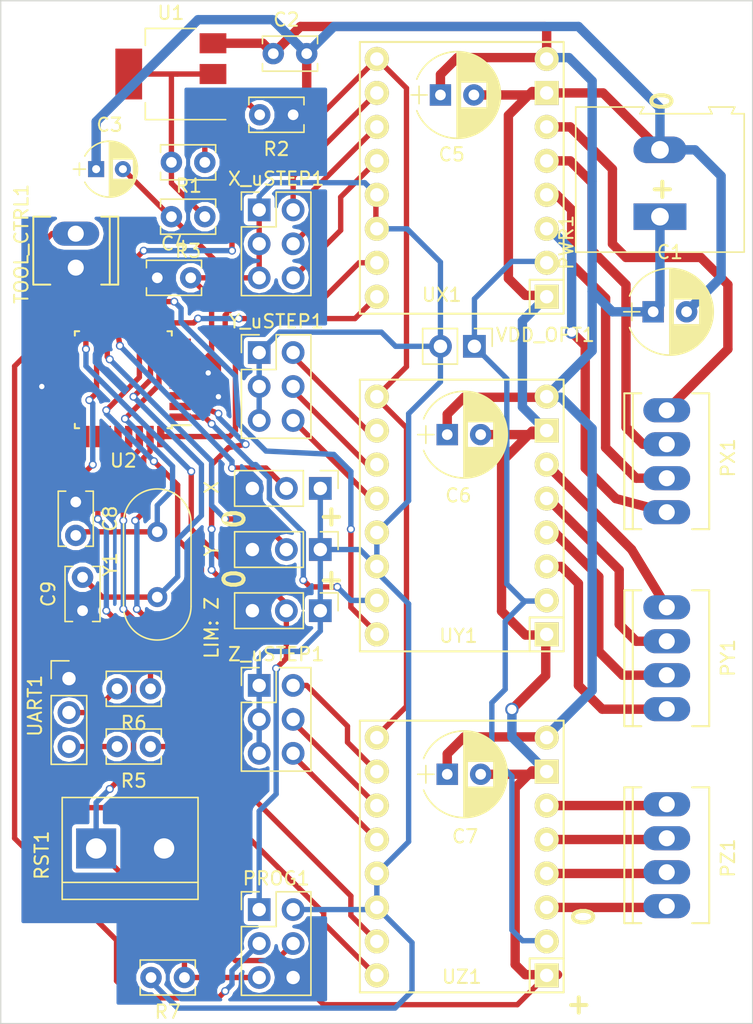
<source format=kicad_pcb>
(kicad_pcb (version 4) (host pcbnew 4.0.7-e2-6376~58~ubuntu16.04.1)
  (layers (0 F.Cu signal) (31 B.Cu signal) (34 B.Paste user) (35 F.Paste user) (36 B.SilkS user) (37 F.SilkS user) (38 B.Mask user) (39 F.Mask user) (44 Edge.Cuts user))
  (net 0 "")
  (net 1 GND)
  (net 2 +12V)
  (net 3 "Net-(PX1-Pad1)")
  (net 4 "Net-(PX1-Pad2)")
  (net 5 "Net-(PX1-Pad3)")
  (net 6 "Net-(PX1-Pad4)")
  (net 7 "Net-(PY1-Pad1)")
  (net 8 "Net-(PY1-Pad2)")
  (net 9 "Net-(PY1-Pad3)")
  (net 10 "Net-(PY1-Pad4)")
  (net 11 "Net-(PZ1-Pad1)")
  (net 12 "Net-(PZ1-Pad2)")
  (net 13 "Net-(PZ1-Pad3)")
  (net 14 "Net-(PZ1-Pad4)")
  (net 15 +5V)
  (net 16 "Net-(UX1-Pad2)")
  (net 17 "Net-(UX1-Pad10)")
  (net 18 "Net-(UX1-Pad11)")
  (net 19 "Net-(UX1-Pad12)")
  (net 20 "Net-(R1-Pad2)")
  (net 21 "Net-(UY1-Pad10)")
  (net 22 "Net-(UY1-Pad11)")
  (net 23 "Net-(UY1-Pad12)")
  (net 24 "Net-(UZ1-Pad10)")
  (net 25 "Net-(UZ1-Pad11)")
  (net 26 "Net-(UZ1-Pad12)")
  (net 27 "Net-(C8-Pad2)")
  (net 28 "Net-(C9-Pad2)")
  (net 29 "Net-(J1-Pad1)")
  (net 30 "Net-(J1-Pad3)")
  (net 31 "Net-(J1-Pad4)")
  (net 32 "Net-(J1-Pad5)")
  (net 33 "Net-(LIM_X1-Pad2)")
  (net 34 "Net-(LIM_Y1-Pad2)")
  (net 35 "Net-(R1-Pad1)")
  (net 36 "Net-(R5-Pad1)")
  (net 37 "Net-(R5-Pad2)")
  (net 38 "Net-(R6-Pad1)")
  (net 39 "Net-(R6-Pad2)")
  (net 40 "Net-(U2-Pad1)")
  (net 41 "Net-(U2-Pad2)")
  (net 42 "Net-(U2-Pad9)")
  (net 43 "Net-(U2-Pad10)")
  (net 44 "Net-(U2-Pad11)")
  (net 45 "Net-(U2-Pad12)")
  (net 46 "Net-(U2-Pad32)")
  (module Mounting_Holes:MountingHole_3.2mm_M3 (layer F.Cu) (at 86.36 45.212)
    (fp_text reference REF** hide)
    (fp_text value MountingHole_3.2mm_M3 hide)
    (pad 1 np_thru_hole circle (at 0 0) (size 3.2 3.2) (drill 3.2) (layers *.Cu *.Mask))
  )
  (module Mounting_Holes:MountingHole_3.2mm_M3 (layer F.Cu) (at 86.36 113.792)
    (fp_text reference REF** hide)
    (fp_text value MountingHole_3.2mm_M3 hide)
    (pad 1 np_thru_hole circle (at 0 0) (size 3.2 3.2) (drill 3.2) (layers *.Cu *.Mask))
  )
  (module Mounting_Holes:MountingHole_3.2mm_M3 (layer F.Cu) (at 134.62 113.792)
    (fp_text reference REF** hide)
    (fp_text value MountingHole_3.2mm_M3 hide)
    (pad 1 np_thru_hole circle (at 0 0) (size 3.2 3.2) (drill 3.2) (layers *.Cu *.Mask))
  )
  (module Terminal_Blocks:TerminalBlock_Altech_AK300-2_P5.00mm (layer F.Cu) (at 131.572 57.404 90)
    (fp_text reference PWR1 (at -1.92 -6.99 90) (layer F.SilkS))
    (fp_text value CONN_01X02 hide)
    (pad 1 thru_hole rect (at 0 0 90) (size 1.98 3.96) (drill 1.32) (layers *.Cu *.Mask) (net 2 +12V))
    (pad 2 thru_hole oval (at 5 0 90) (size 1.98 3.96) (drill 1.32) (layers *.Cu *.Mask) (net 1 GND))
  )
  (module Sockets_MOLEX_KK-System:Socket_MOLEX-KK-RM2-54mm_Lock_4pin_straight (layer F.Cu) (at 132.08 75.692 90)
    (fp_text reference PX1 (at 0.252 4.58 90) (layer F.SilkS))
    (fp_text value CONN_01X04 hide)
    (pad 1 thru_hole oval (at -3.81 0 90) (size 1.80086 3.50012) (drill 1.19888) (layers *.Cu *.Mask) (net 3 "Net-(PX1-Pad1)"))
    (pad 2 thru_hole oval (at -1.27 0 90) (size 1.80086 3.50012) (drill 1.19888) (layers *.Cu *.Mask) (net 4 "Net-(PX1-Pad2)"))
    (pad 3 thru_hole oval (at 1.27 0 90) (size 1.80086 3.50012) (drill 1.19888) (layers *.Cu *.Mask) (net 5 "Net-(PX1-Pad3)"))
    (pad 4 thru_hole oval (at 3.81 0 90) (size 1.80086 3.50012) (drill 1.19888) (layers *.Cu *.Mask) (net 6 "Net-(PX1-Pad4)"))
  )
  (module Sockets_MOLEX_KK-System:Socket_MOLEX-KK-RM2-54mm_Lock_4pin_straight (layer F.Cu) (at 132.08 90.424 90)
    (fp_text reference PY1 (at 0.024 4.58 90) (layer F.SilkS))
    (fp_text value CONN_01X04 hide)
    (pad 1 thru_hole oval (at -3.81 0 90) (size 1.80086 3.50012) (drill 1.19888) (layers *.Cu *.Mask) (net 7 "Net-(PY1-Pad1)"))
    (pad 2 thru_hole oval (at -1.27 0 90) (size 1.80086 3.50012) (drill 1.19888) (layers *.Cu *.Mask) (net 8 "Net-(PY1-Pad2)"))
    (pad 3 thru_hole oval (at 1.27 0 90) (size 1.80086 3.50012) (drill 1.19888) (layers *.Cu *.Mask) (net 9 "Net-(PY1-Pad3)"))
    (pad 4 thru_hole oval (at 3.81 0 90) (size 1.80086 3.50012) (drill 1.19888) (layers *.Cu *.Mask) (net 10 "Net-(PY1-Pad4)"))
  )
  (module Sockets_MOLEX_KK-System:Socket_MOLEX-KK-RM2-54mm_Lock_4pin_straight (layer F.Cu) (at 132.08 105.156 90)
    (fp_text reference PZ1 (at -0.212 4.58 90) (layer F.SilkS))
    (fp_text value CONN_01X04 hide)
    (pad 1 thru_hole oval (at -3.81 0 90) (size 1.80086 3.50012) (drill 1.19888) (layers *.Cu *.Mask) (net 11 "Net-(PZ1-Pad1)"))
    (pad 2 thru_hole oval (at -1.27 0 90) (size 1.80086 3.50012) (drill 1.19888) (layers *.Cu *.Mask) (net 12 "Net-(PZ1-Pad2)"))
    (pad 3 thru_hole oval (at 1.27 0 90) (size 1.80086 3.50012) (drill 1.19888) (layers *.Cu *.Mask) (net 13 "Net-(PZ1-Pad3)"))
    (pad 4 thru_hole oval (at 3.81 0 90) (size 1.80086 3.50012) (drill 1.19888) (layers *.Cu *.Mask) (net 14 "Net-(PZ1-Pad4)"))
  )
  (module Pin_Headers:Pin_Header_Straight_1x02_Pitch2.54mm (layer F.Cu) (at 117.696 67.098 270)
    (fp_text reference VDD_OPT1 (at -0.848 -5.304 360) (layer F.SilkS))
    (fp_text value CONN_01X02 hide)
    (pad 1 thru_hole rect (at 0 0 270) (size 1.7 1.7) (drill 1) (layers *.Cu *.Mask) (net 16 "Net-(UX1-Pad2)"))
    (pad 2 thru_hole oval (at 0 2.54 270) (size 1.7 1.7) (drill 1) (layers *.Cu *.Mask) (net 15 +5V))
  )
  (module Capacitors_ThroughHole:CP_Radial_D6.3mm_P2.50mm (layer F.Cu) (at 115.156 48.302)
    (fp_text reference C5 (at 0.844 4.448) (layer F.SilkS))
    (fp_text value 47uF hide)
    (pad 1 thru_hole rect (at 0 0) (size 1.6 1.6) (drill 0.8) (layers *.Cu *.Mask) (net 2 +12V))
    (pad 2 thru_hole circle (at 2.5 0) (size 1.6 1.6) (drill 0.8) (layers *.Cu *.Mask) (net 1 GND))
  )
  (module Capacitors_ThroughHole:CP_Radial_D6.3mm_P2.50mm (layer F.Cu) (at 115.664 73.702)
    (fp_text reference C6 (at 0.836 4.548) (layer F.SilkS))
    (fp_text value 47uF hide)
    (pad 1 thru_hole rect (at 0 0) (size 1.6 1.6) (drill 0.8) (layers *.Cu *.Mask) (net 2 +12V))
    (pad 2 thru_hole circle (at 2.5 0) (size 1.6 1.6) (drill 0.8) (layers *.Cu *.Mask) (net 1 GND))
  )
  (module Capacitors_ThroughHole:CP_Radial_D6.3mm_P2.50mm (layer F.Cu) (at 115.664 99.102)
    (fp_text reference C7 (at 1.336 4.648) (layer F.SilkS))
    (fp_text value 47uF hide)
    (pad 1 thru_hole rect (at 0 0) (size 1.6 1.6) (drill 0.8) (layers *.Cu *.Mask) (net 2 +12V))
    (pad 2 thru_hole circle (at 2.5 0) (size 1.6 1.6) (drill 0.8) (layers *.Cu *.Mask) (net 1 GND))
  )
  (module Capacitors_ThroughHole:C_Rect_L4.0mm_W2.5mm_P2.50mm (layer F.Cu) (at 97.536 53.34 180)
    (fp_text reference R1 (at 1.196 -1.752 180) (layer F.SilkS))
    (fp_text value 330R hide)
    (pad 1 thru_hole circle (at 0 0 180) (size 1.6 1.6) (drill 0.8) (layers *.Cu *.Mask) (net 35 "Net-(R1-Pad1)"))
    (pad 2 thru_hole circle (at 2.5 0 180) (size 1.6 1.6) (drill 0.8) (layers *.Cu *.Mask) (net 20 "Net-(R1-Pad2)"))
  )
  (module "My Shit:A4988" (layer F.Cu) (at 116.75 54.5)
    (fp_text reference UX1 (at -1.5 8.75) (layer F.SilkS))
    (fp_text value POLOLU_A4988 hide)
    (pad 1 thru_hole rect (at 6.35 8.89) (size 1.8 1.8) (drill 1) (layers *.Cu *.Mask F.SilkS) (net 1 GND))
    (pad 2 thru_hole circle (at 6.35 6.35) (size 1.8 1.8) (drill 1) (layers *.Cu *.Mask F.SilkS) (net 16 "Net-(UX1-Pad2)"))
    (pad 3 thru_hole circle (at 6.35 3.81) (size 1.8 1.8) (drill 1) (layers *.Cu *.Mask F.SilkS) (net 3 "Net-(PX1-Pad1)"))
    (pad 4 thru_hole circle (at 6.35 1.27) (size 1.8 1.8) (drill 1) (layers *.Cu *.Mask F.SilkS) (net 4 "Net-(PX1-Pad2)"))
    (pad 5 thru_hole circle (at 6.35 -1.27) (size 1.8 1.8) (drill 1) (layers *.Cu *.Mask F.SilkS) (net 5 "Net-(PX1-Pad3)"))
    (pad 6 thru_hole circle (at 6.35 -3.81) (size 1.8 1.8) (drill 1) (layers *.Cu *.Mask F.SilkS) (net 6 "Net-(PX1-Pad4)"))
    (pad 7 thru_hole rect (at 6.35 -6.35) (size 1.8 1.8) (drill 1) (layers *.Cu *.Mask F.SilkS) (net 1 GND))
    (pad 8 thru_hole circle (at 6.35 -8.89) (size 1.8 1.8) (drill 1) (layers *.Cu *.Mask F.SilkS) (net 2 +12V))
    (pad 9 thru_hole circle (at -6.35 -8.89) (size 1.8 1.8) (drill 1) (layers *.Cu *.Mask F.SilkS) (net 45 "Net-(U2-Pad12)"))
    (pad 10 thru_hole circle (at -6.35 -6.35) (size 1.8 1.8) (drill 1) (layers *.Cu *.Mask F.SilkS) (net 17 "Net-(UX1-Pad10)"))
    (pad 11 thru_hole circle (at -6.35 -3.81) (size 1.8 1.8) (drill 1) (layers *.Cu *.Mask F.SilkS) (net 18 "Net-(UX1-Pad11)"))
    (pad 12 thru_hole circle (at -6.35 -1.27) (size 1.8 1.8) (drill 1) (layers *.Cu *.Mask F.SilkS) (net 19 "Net-(UX1-Pad12)"))
    (pad 13 thru_hole circle (at -6.35 1.27) (size 1.8 1.8) (drill 1) (layers *.Cu *.Mask F.SilkS) (net 15 +5V))
    (pad 14 thru_hole circle (at -6.35 3.81) (size 1.8 1.8) (drill 1) (layers *.Cu *.Mask F.SilkS) (net 15 +5V))
    (pad 15 thru_hole circle (at -6.35 6.35) (size 1.8 1.8) (drill 1) (layers *.Cu *.Mask F.SilkS) (net 46 "Net-(U2-Pad32)"))
    (pad 16 thru_hole circle (at -6.35 8.89) (size 1.8 1.8) (drill 1) (layers *.Cu *.Mask F.SilkS) (net 42 "Net-(U2-Pad9)"))
  )
  (module "My Shit:A4988" (layer F.Cu) (at 116.75 79.75)
    (fp_text reference UY1 (at -0.25 9) (layer F.SilkS))
    (fp_text value POLOLU_A4988 hide)
    (pad 1 thru_hole rect (at 6.35 8.89) (size 1.8 1.8) (drill 1) (layers *.Cu *.Mask F.SilkS) (net 1 GND))
    (pad 2 thru_hole circle (at 6.35 6.35) (size 1.8 1.8) (drill 1) (layers *.Cu *.Mask F.SilkS) (net 16 "Net-(UX1-Pad2)"))
    (pad 3 thru_hole circle (at 6.35 3.81) (size 1.8 1.8) (drill 1) (layers *.Cu *.Mask F.SilkS) (net 7 "Net-(PY1-Pad1)"))
    (pad 4 thru_hole circle (at 6.35 1.27) (size 1.8 1.8) (drill 1) (layers *.Cu *.Mask F.SilkS) (net 8 "Net-(PY1-Pad2)"))
    (pad 5 thru_hole circle (at 6.35 -1.27) (size 1.8 1.8) (drill 1) (layers *.Cu *.Mask F.SilkS) (net 9 "Net-(PY1-Pad3)"))
    (pad 6 thru_hole circle (at 6.35 -3.81) (size 1.8 1.8) (drill 1) (layers *.Cu *.Mask F.SilkS) (net 10 "Net-(PY1-Pad4)"))
    (pad 7 thru_hole rect (at 6.35 -6.35) (size 1.8 1.8) (drill 1) (layers *.Cu *.Mask F.SilkS) (net 1 GND))
    (pad 8 thru_hole circle (at 6.35 -8.89) (size 1.8 1.8) (drill 1) (layers *.Cu *.Mask F.SilkS) (net 2 +12V))
    (pad 9 thru_hole circle (at -6.35 -8.89) (size 1.8 1.8) (drill 1) (layers *.Cu *.Mask F.SilkS) (net 45 "Net-(U2-Pad12)"))
    (pad 10 thru_hole circle (at -6.35 -6.35) (size 1.8 1.8) (drill 1) (layers *.Cu *.Mask F.SilkS) (net 21 "Net-(UY1-Pad10)"))
    (pad 11 thru_hole circle (at -6.35 -3.81) (size 1.8 1.8) (drill 1) (layers *.Cu *.Mask F.SilkS) (net 22 "Net-(UY1-Pad11)"))
    (pad 12 thru_hole circle (at -6.35 -1.27) (size 1.8 1.8) (drill 1) (layers *.Cu *.Mask F.SilkS) (net 23 "Net-(UY1-Pad12)"))
    (pad 13 thru_hole circle (at -6.35 1.27) (size 1.8 1.8) (drill 1) (layers *.Cu *.Mask F.SilkS) (net 15 +5V))
    (pad 14 thru_hole circle (at -6.35 3.81) (size 1.8 1.8) (drill 1) (layers *.Cu *.Mask F.SilkS) (net 15 +5V))
    (pad 15 thru_hole circle (at -6.35 6.35) (size 1.8 1.8) (drill 1) (layers *.Cu *.Mask F.SilkS) (net 40 "Net-(U2-Pad1)"))
    (pad 16 thru_hole circle (at -6.35 8.89) (size 1.8 1.8) (drill 1) (layers *.Cu *.Mask F.SilkS) (net 43 "Net-(U2-Pad10)"))
  )
  (module "My Shit:A4988" (layer F.Cu) (at 116.75 105.25)
    (fp_text reference UZ1 (at 0 9) (layer F.SilkS))
    (fp_text value POLOLU_A4988 hide)
    (pad 1 thru_hole rect (at 6.35 8.89) (size 1.8 1.8) (drill 1) (layers *.Cu *.Mask F.SilkS) (net 1 GND))
    (pad 2 thru_hole circle (at 6.35 6.35) (size 1.8 1.8) (drill 1) (layers *.Cu *.Mask F.SilkS) (net 16 "Net-(UX1-Pad2)"))
    (pad 3 thru_hole circle (at 6.35 3.81) (size 1.8 1.8) (drill 1) (layers *.Cu *.Mask F.SilkS) (net 11 "Net-(PZ1-Pad1)"))
    (pad 4 thru_hole circle (at 6.35 1.27) (size 1.8 1.8) (drill 1) (layers *.Cu *.Mask F.SilkS) (net 12 "Net-(PZ1-Pad2)"))
    (pad 5 thru_hole circle (at 6.35 -1.27) (size 1.8 1.8) (drill 1) (layers *.Cu *.Mask F.SilkS) (net 13 "Net-(PZ1-Pad3)"))
    (pad 6 thru_hole circle (at 6.35 -3.81) (size 1.8 1.8) (drill 1) (layers *.Cu *.Mask F.SilkS) (net 14 "Net-(PZ1-Pad4)"))
    (pad 7 thru_hole rect (at 6.35 -6.35) (size 1.8 1.8) (drill 1) (layers *.Cu *.Mask F.SilkS) (net 1 GND))
    (pad 8 thru_hole circle (at 6.35 -8.89) (size 1.8 1.8) (drill 1) (layers *.Cu *.Mask F.SilkS) (net 2 +12V))
    (pad 9 thru_hole circle (at -6.35 -8.89) (size 1.8 1.8) (drill 1) (layers *.Cu *.Mask F.SilkS) (net 45 "Net-(U2-Pad12)"))
    (pad 10 thru_hole circle (at -6.35 -6.35) (size 1.8 1.8) (drill 1) (layers *.Cu *.Mask F.SilkS) (net 24 "Net-(UZ1-Pad10)"))
    (pad 11 thru_hole circle (at -6.35 -3.81) (size 1.8 1.8) (drill 1) (layers *.Cu *.Mask F.SilkS) (net 25 "Net-(UZ1-Pad11)"))
    (pad 12 thru_hole circle (at -6.35 -1.27) (size 1.8 1.8) (drill 1) (layers *.Cu *.Mask F.SilkS) (net 26 "Net-(UZ1-Pad12)"))
    (pad 13 thru_hole circle (at -6.35 1.27) (size 1.8 1.8) (drill 1) (layers *.Cu *.Mask F.SilkS) (net 15 +5V))
    (pad 14 thru_hole circle (at -6.35 3.81) (size 1.8 1.8) (drill 1) (layers *.Cu *.Mask F.SilkS) (net 15 +5V))
    (pad 15 thru_hole circle (at -6.35 6.35) (size 1.8 1.8) (drill 1) (layers *.Cu *.Mask F.SilkS) (net 41 "Net-(U2-Pad2)"))
    (pad 16 thru_hole circle (at -6.35 8.89) (size 1.8 1.8) (drill 1) (layers *.Cu *.Mask F.SilkS) (net 44 "Net-(U2-Pad11)"))
  )
  (module Capacitors_ThroughHole:CP_Radial_D6.3mm_P2.50mm (layer F.Cu) (at 131.064 64.516)
    (fp_text reference C1 (at 1.25 -4.46) (layer F.SilkS))
    (fp_text value 470uF hide)
    (pad 1 thru_hole rect (at 0 0) (size 1.6 1.6) (drill 0.8) (layers *.Cu *.Mask) (net 2 +12V))
    (pad 2 thru_hole circle (at 2.5 0) (size 1.6 1.6) (drill 0.8) (layers *.Cu *.Mask) (net 1 GND))
  )
  (module Capacitors_ThroughHole:C_Rect_L4.0mm_W2.5mm_P2.50mm (layer F.Cu) (at 105.156 45.212 180)
    (fp_text reference C2 (at 1.524 2.54 180) (layer F.SilkS))
    (fp_text value 100nF hide)
    (pad 1 thru_hole circle (at 0 0 180) (size 1.6 1.6) (drill 0.8) (layers *.Cu *.Mask) (net 1 GND))
    (pad 2 thru_hole circle (at 2.5 0 180) (size 1.6 1.6) (drill 0.8) (layers *.Cu *.Mask) (net 2 +12V))
  )
  (module Capacitors_ThroughHole:CP_Radial_D4.0mm_P2.00mm (layer F.Cu) (at 89.408 53.848)
    (fp_text reference C3 (at 1 -3.31) (layer F.SilkS))
    (fp_text value 1uF hide)
    (pad 1 thru_hole rect (at 0 0) (size 1.2 1.2) (drill 0.6) (layers *.Cu *.Mask) (net 1 GND))
    (pad 2 thru_hole circle (at 2 0) (size 1.2 1.2) (drill 0.6) (layers *.Cu *.Mask) (net 15 +5V))
  )
  (module Capacitors_ThroughHole:C_Rect_L4.0mm_W2.5mm_P2.50mm (layer F.Cu) (at 87.884 78.74 270)
    (fp_text reference C8 (at 1.25 -2.56 270) (layer F.SilkS))
    (fp_text value 22pF hide)
    (pad 1 thru_hole circle (at 0 0 270) (size 1.6 1.6) (drill 0.8) (layers *.Cu *.Mask) (net 1 GND))
    (pad 2 thru_hole circle (at 2.5 0 270) (size 1.6 1.6) (drill 0.8) (layers *.Cu *.Mask) (net 27 "Net-(C8-Pad2)"))
  )
  (module Capacitors_ThroughHole:C_Rect_L4.0mm_W2.5mm_P2.50mm (layer F.Cu) (at 88.392 86.868 90)
    (fp_text reference C9 (at 1.25 -2.56 90) (layer F.SilkS))
    (fp_text value 22pF hide)
    (pad 1 thru_hole circle (at 0 0 90) (size 1.6 1.6) (drill 0.8) (layers *.Cu *.Mask) (net 1 GND))
    (pad 2 thru_hole circle (at 2.5 0 90) (size 1.6 1.6) (drill 0.8) (layers *.Cu *.Mask) (net 28 "Net-(C9-Pad2)"))
  )
  (module Pin_Headers:Pin_Header_Straight_2x03_Pitch2.54mm (layer F.Cu) (at 101.6 109.22)
    (fp_text reference PROG1 (at 1.27 -2.33) (layer F.SilkS))
    (fp_text value Conn_02x03_Odd_Even hide)
    (pad 1 thru_hole rect (at 0 0) (size 1.7 1.7) (drill 1) (layers *.Cu *.Mask) (net 29 "Net-(J1-Pad1)"))
    (pad 2 thru_hole oval (at 2.54 0) (size 1.7 1.7) (drill 1) (layers *.Cu *.Mask) (net 15 +5V))
    (pad 3 thru_hole oval (at 0 2.54) (size 1.7 1.7) (drill 1) (layers *.Cu *.Mask) (net 30 "Net-(J1-Pad3)"))
    (pad 4 thru_hole oval (at 2.54 2.54) (size 1.7 1.7) (drill 1) (layers *.Cu *.Mask) (net 31 "Net-(J1-Pad4)"))
    (pad 5 thru_hole oval (at 0 5.08) (size 1.7 1.7) (drill 1) (layers *.Cu *.Mask) (net 32 "Net-(J1-Pad5)"))
    (pad 6 thru_hole oval (at 2.54 5.08) (size 1.7 1.7) (drill 1) (layers *.Cu *.Mask) (net 1 GND))
  )
  (module Pin_Headers:Pin_Header_Straight_1x03_Pitch2.54mm (layer F.Cu) (at 106.172 77.724 270)
    (fp_text reference LIM_X1 hide)
    (fp_text value Conn_01x03 hide)
    (pad 1 thru_hole rect (at 0 0 270) (size 1.7 1.7) (drill 1) (layers *.Cu *.Mask) (net 15 +5V))
    (pad 2 thru_hole oval (at 0 2.54 270) (size 1.7 1.7) (drill 1) (layers *.Cu *.Mask) (net 33 "Net-(LIM_X1-Pad2)"))
    (pad 3 thru_hole oval (at 0 5.08 270) (size 1.7 1.7) (drill 1) (layers *.Cu *.Mask) (net 1 GND))
  )
  (module Pin_Headers:Pin_Header_Straight_1x03_Pitch2.54mm (layer F.Cu) (at 106.172 82.296 270)
    (fp_text reference "LIM: Z    Y     X" (at 1.524 8.128 270) (layer F.SilkS))
    (fp_text value Conn_01x03 hide)
    (pad 1 thru_hole rect (at 0 0 270) (size 1.7 1.7) (drill 1) (layers *.Cu *.Mask) (net 15 +5V))
    (pad 2 thru_hole oval (at 0 2.54 270) (size 1.7 1.7) (drill 1) (layers *.Cu *.Mask) (net 34 "Net-(LIM_Y1-Pad2)"))
    (pad 3 thru_hole oval (at 0 5.08 270) (size 1.7 1.7) (drill 1) (layers *.Cu *.Mask) (net 1 GND))
  )
  (module Pin_Headers:Pin_Header_Straight_1x03_Pitch2.54mm (layer F.Cu) (at 106.172 86.868 270)
    (fp_text reference LIM_Z1 hide)
    (fp_text value Conn_01x03 hide)
    (pad 1 thru_hole rect (at 0 0 270) (size 1.7 1.7) (drill 1) (layers *.Cu *.Mask) (net 15 +5V))
    (pad 2 thru_hole oval (at 0 2.54 270) (size 1.7 1.7) (drill 1) (layers *.Cu *.Mask) (net 29 "Net-(J1-Pad1)"))
    (pad 3 thru_hole oval (at 0 5.08 270) (size 1.7 1.7) (drill 1) (layers *.Cu *.Mask) (net 1 GND))
  )
  (module Capacitors_ThroughHole:C_Rect_L4.0mm_W2.5mm_P2.50mm (layer F.Cu) (at 104.14 49.784 180)
    (fp_text reference R2 (at 1.25 -2.56 180) (layer F.SilkS))
    (fp_text value 1K hide)
    (pad 1 thru_hole circle (at 0 0 180) (size 1.6 1.6) (drill 0.8) (layers *.Cu *.Mask) (net 1 GND))
    (pad 2 thru_hole circle (at 2.5 0 180) (size 1.6 1.6) (drill 0.8) (layers *.Cu *.Mask) (net 35 "Net-(R1-Pad1)"))
  )
  (module Capacitors_ThroughHole:C_Rect_L4.0mm_W2.5mm_P2.50mm (layer F.Cu) (at 97.536 57.404 180)
    (fp_text reference R3 (at 1.25 -2.56 180) (layer F.SilkS))
    (fp_text value 10R hide)
    (pad 1 thru_hole circle (at 0 0 180) (size 1.6 1.6) (drill 0.8) (layers *.Cu *.Mask) (net 20 "Net-(R1-Pad2)"))
    (pad 2 thru_hole circle (at 2.5 0 180) (size 1.6 1.6) (drill 0.8) (layers *.Cu *.Mask) (net 15 +5V))
  )
  (module Capacitors_ThroughHole:C_Rect_L4.0mm_W2.5mm_P2.50mm (layer F.Cu) (at 93.472 97.028 180)
    (fp_text reference R5 (at 1.25 -2.56 180) (layer F.SilkS))
    (fp_text value 1K hide)
    (pad 1 thru_hole circle (at 0 0 180) (size 1.6 1.6) (drill 0.8) (layers *.Cu *.Mask) (net 36 "Net-(R5-Pad1)"))
    (pad 2 thru_hole circle (at 2.5 0 180) (size 1.6 1.6) (drill 0.8) (layers *.Cu *.Mask) (net 37 "Net-(R5-Pad2)"))
  )
  (module Capacitors_ThroughHole:C_Rect_L4.0mm_W2.5mm_P2.50mm (layer F.Cu) (at 93.472 92.71 180)
    (fp_text reference R6 (at 1.25 -2.56 180) (layer F.SilkS))
    (fp_text value 1K hide)
    (pad 1 thru_hole circle (at 0 0 180) (size 1.6 1.6) (drill 0.8) (layers *.Cu *.Mask) (net 38 "Net-(R6-Pad1)"))
    (pad 2 thru_hole circle (at 2.5 0 180) (size 1.6 1.6) (drill 0.8) (layers *.Cu *.Mask) (net 39 "Net-(R6-Pad2)"))
  )
  (module Capacitors_ThroughHole:C_Rect_L4.0mm_W2.5mm_P2.50mm (layer F.Cu) (at 96.012 114.3 180)
    (fp_text reference R7 (at 1.25 -2.56 180) (layer F.SilkS))
    (fp_text value 10K hide)
    (pad 1 thru_hole circle (at 0 0 180) (size 1.6 1.6) (drill 0.8) (layers *.Cu *.Mask) (net 32 "Net-(J1-Pad5)"))
    (pad 2 thru_hole circle (at 2.5 0 180) (size 1.6 1.6) (drill 0.8) (layers *.Cu *.Mask) (net 15 +5V))
  )
  (module Terminal_Blocks:TerminalBlock_bornier-2_P5.08mm (layer F.Cu) (at 89.408 104.648)
    (fp_text reference RST1 (at -4.064 0.508 90) (layer F.SilkS))
    (fp_text value Conn_01x02 hide)
    (pad 1 thru_hole rect (at 0 0) (size 3 3) (drill 1.52) (layers *.Cu *.Mask) (net 32 "Net-(J1-Pad5)"))
    (pad 2 thru_hole circle (at 5.08 0) (size 3 3) (drill 1.52) (layers *.Cu *.Mask) (net 1 GND))
  )
  (module Sockets_MOLEX_KK-System:Socket_MOLEX-KK-RM2-54mm_Lock_2pin_straight (layer F.Cu) (at 87.884 59.944 270)
    (fp_text reference TOOL_CTRL1 (at -0.508 4.064 270) (layer F.SilkS))
    (fp_text value CONN_01X02 hide)
    (pad 1 thru_hole oval (at -1.27 0 270) (size 1.80086 3.50012) (drill 1.19888) (layers *.Cu *.Mask) (net 31 "Net-(J1-Pad4)"))
    (pad 2 thru_hole oval (at 1.27 0 270) (size 1.80086 3.50012) (drill 1.19888) (layers *.Cu *.Mask) (net 1 GND))
  )
  (module TO_SOT_Packages_SMD:SOT-223-3_TabPin2 (layer F.Cu) (at 94.996 46.736 180)
    (fp_text reference U1 (at 0 4.572 180) (layer F.SilkS))
    (fp_text value LM317_3PinPackage hide)
    (pad 2 smd rect (at 3.15 0 180) (size 2 3.8) (layers F.Cu F.Paste F.Mask) (net 20 "Net-(R1-Pad2)"))
    (pad 2 smd rect (at -3.15 0 180) (size 2 1.5) (layers F.Cu F.Paste F.Mask) (net 20 "Net-(R1-Pad2)"))
    (pad 3 smd rect (at -3.15 2.3 180) (size 2 1.5) (layers F.Cu F.Paste F.Mask) (net 2 +12V))
    (pad 1 smd rect (at -3.15 -2.3 180) (size 2 1.5) (layers F.Cu F.Paste F.Mask) (net 35 "Net-(R1-Pad1)"))
  )
  (module Housings_QFP:TQFP-32_7x7mm_Pitch0.8mm (layer F.Cu) (at 91.44 69.596 180)
    (fp_text reference U2 (at 0 -6.05 180) (layer F.SilkS))
    (fp_text value ATMEGA328P-AU hide)
    (pad 1 smd rect (at -4.25 -2.8 180) (size 1.6 0.55) (layers F.Cu F.Paste F.Mask) (net 40 "Net-(U2-Pad1)"))
    (pad 2 smd rect (at -4.25 -2 180) (size 1.6 0.55) (layers F.Cu F.Paste F.Mask) (net 41 "Net-(U2-Pad2)"))
    (pad 3 smd rect (at -4.25 -1.2 180) (size 1.6 0.55) (layers F.Cu F.Paste F.Mask) (net 1 GND))
    (pad 4 smd rect (at -4.25 -0.4 180) (size 1.6 0.55) (layers F.Cu F.Paste F.Mask) (net 15 +5V))
    (pad 5 smd rect (at -4.25 0.4 180) (size 1.6 0.55) (layers F.Cu F.Paste F.Mask) (net 1 GND))
    (pad 6 smd rect (at -4.25 1.2 180) (size 1.6 0.55) (layers F.Cu F.Paste F.Mask) (net 15 +5V))
    (pad 7 smd rect (at -4.25 2 180) (size 1.6 0.55) (layers F.Cu F.Paste F.Mask) (net 27 "Net-(C8-Pad2)"))
    (pad 8 smd rect (at -4.25 2.8 180) (size 1.6 0.55) (layers F.Cu F.Paste F.Mask) (net 28 "Net-(C9-Pad2)"))
    (pad 9 smd rect (at -2.8 4.25 270) (size 1.6 0.55) (layers F.Cu F.Paste F.Mask) (net 42 "Net-(U2-Pad9)"))
    (pad 10 smd rect (at -2 4.25 270) (size 1.6 0.55) (layers F.Cu F.Paste F.Mask) (net 43 "Net-(U2-Pad10)"))
    (pad 11 smd rect (at -1.2 4.25 270) (size 1.6 0.55) (layers F.Cu F.Paste F.Mask) (net 44 "Net-(U2-Pad11)"))
    (pad 12 smd rect (at -0.4 4.25 270) (size 1.6 0.55) (layers F.Cu F.Paste F.Mask) (net 45 "Net-(U2-Pad12)"))
    (pad 13 smd rect (at 0.4 4.25 270) (size 1.6 0.55) (layers F.Cu F.Paste F.Mask) (net 33 "Net-(LIM_X1-Pad2)"))
    (pad 14 smd rect (at 1.2 4.25 270) (size 1.6 0.55) (layers F.Cu F.Paste F.Mask) (net 34 "Net-(LIM_Y1-Pad2)"))
    (pad 15 smd rect (at 2 4.25 270) (size 1.6 0.55) (layers F.Cu F.Paste F.Mask) (net 31 "Net-(J1-Pad4)"))
    (pad 16 smd rect (at 2.8 4.25 270) (size 1.6 0.55) (layers F.Cu F.Paste F.Mask) (net 29 "Net-(J1-Pad1)"))
    (pad 17 smd rect (at 4.25 2.8 180) (size 1.6 0.55) (layers F.Cu F.Paste F.Mask) (net 30 "Net-(J1-Pad3)"))
    (pad 18 smd rect (at 4.25 2 180) (size 1.6 0.55) (layers F.Cu F.Paste F.Mask))
    (pad 19 smd rect (at 4.25 1.2 180) (size 1.6 0.55) (layers F.Cu F.Paste F.Mask))
    (pad 20 smd rect (at 4.25 0.4 180) (size 1.6 0.55) (layers F.Cu F.Paste F.Mask))
    (pad 21 smd rect (at 4.25 -0.4 180) (size 1.6 0.55) (layers F.Cu F.Paste F.Mask) (net 1 GND))
    (pad 22 smd rect (at 4.25 -1.2 180) (size 1.6 0.55) (layers F.Cu F.Paste F.Mask))
    (pad 23 smd rect (at 4.25 -2 180) (size 1.6 0.55) (layers F.Cu F.Paste F.Mask))
    (pad 24 smd rect (at 4.25 -2.8 180) (size 1.6 0.55) (layers F.Cu F.Paste F.Mask))
    (pad 25 smd rect (at 2.8 -4.25 270) (size 1.6 0.55) (layers F.Cu F.Paste F.Mask))
    (pad 26 smd rect (at 2 -4.25 270) (size 1.6 0.55) (layers F.Cu F.Paste F.Mask))
    (pad 27 smd rect (at 1.2 -4.25 270) (size 1.6 0.55) (layers F.Cu F.Paste F.Mask))
    (pad 28 smd rect (at 0.4 -4.25 270) (size 1.6 0.55) (layers F.Cu F.Paste F.Mask))
    (pad 29 smd rect (at -0.4 -4.25 270) (size 1.6 0.55) (layers F.Cu F.Paste F.Mask) (net 32 "Net-(J1-Pad5)"))
    (pad 30 smd rect (at -1.2 -4.25 270) (size 1.6 0.55) (layers F.Cu F.Paste F.Mask) (net 38 "Net-(R6-Pad1)"))
    (pad 31 smd rect (at -2 -4.25 270) (size 1.6 0.55) (layers F.Cu F.Paste F.Mask) (net 36 "Net-(R5-Pad1)"))
    (pad 32 smd rect (at -2.8 -4.25 270) (size 1.6 0.55) (layers F.Cu F.Paste F.Mask) (net 46 "Net-(U2-Pad32)"))
  )
  (module Pin_Headers:Pin_Header_Straight_1x03_Pitch2.54mm (layer F.Cu) (at 87.376 91.948)
    (fp_text reference UART1 (at -2.54 2.032 90) (layer F.SilkS))
    (fp_text value Conn_01x03 hide)
    (pad 1 thru_hole rect (at 0 0) (size 1.7 1.7) (drill 1) (layers *.Cu *.Mask) (net 1 GND))
    (pad 2 thru_hole oval (at 0 2.54) (size 1.7 1.7) (drill 1) (layers *.Cu *.Mask) (net 39 "Net-(R6-Pad2)"))
    (pad 3 thru_hole oval (at 0 5.08) (size 1.7 1.7) (drill 1) (layers *.Cu *.Mask) (net 37 "Net-(R5-Pad2)"))
  )
  (module Pin_Headers:Pin_Header_Straight_2x03_Pitch2.54mm (layer F.Cu) (at 101.6 56.896)
    (fp_text reference X_uSTEP1 (at 1.27 -2.33) (layer F.SilkS))
    (fp_text value CONN_02X03 hide)
    (pad 1 thru_hole rect (at 0 0) (size 1.7 1.7) (drill 1) (layers *.Cu *.Mask) (net 15 +5V))
    (pad 2 thru_hole oval (at 2.54 0) (size 1.7 1.7) (drill 1) (layers *.Cu *.Mask) (net 17 "Net-(UX1-Pad10)"))
    (pad 3 thru_hole oval (at 0 2.54) (size 1.7 1.7) (drill 1) (layers *.Cu *.Mask) (net 15 +5V))
    (pad 4 thru_hole oval (at 2.54 2.54) (size 1.7 1.7) (drill 1) (layers *.Cu *.Mask) (net 18 "Net-(UX1-Pad11)"))
    (pad 5 thru_hole oval (at 0 5.08) (size 1.7 1.7) (drill 1) (layers *.Cu *.Mask) (net 15 +5V))
    (pad 6 thru_hole oval (at 2.54 5.08) (size 1.7 1.7) (drill 1) (layers *.Cu *.Mask) (net 19 "Net-(UX1-Pad12)"))
  )
  (module Crystals:Crystal_HC49-U_Vertical (layer F.Cu) (at 93.98 85.852 90)
    (fp_text reference Y1 (at 2.44 -3.525 90) (layer F.SilkS))
    (fp_text value 16MHz hide)
    (pad 1 thru_hole circle (at 0 0 90) (size 1.5 1.5) (drill 0.8) (layers *.Cu *.Mask) (net 28 "Net-(C9-Pad2)"))
    (pad 2 thru_hole circle (at 4.88 0 90) (size 1.5 1.5) (drill 0.8) (layers *.Cu *.Mask) (net 27 "Net-(C8-Pad2)"))
  )
  (module Pin_Headers:Pin_Header_Straight_2x03_Pitch2.54mm (layer F.Cu) (at 101.6 67.564)
    (fp_text reference Y_uSTEP1 (at 1.27 -2.33) (layer F.SilkS))
    (fp_text value CONN_02X03 hide)
    (pad 1 thru_hole rect (at 0 0) (size 1.7 1.7) (drill 1) (layers *.Cu *.Mask) (net 15 +5V))
    (pad 2 thru_hole oval (at 2.54 0) (size 1.7 1.7) (drill 1) (layers *.Cu *.Mask) (net 21 "Net-(UY1-Pad10)"))
    (pad 3 thru_hole oval (at 0 2.54) (size 1.7 1.7) (drill 1) (layers *.Cu *.Mask) (net 15 +5V))
    (pad 4 thru_hole oval (at 2.54 2.54) (size 1.7 1.7) (drill 1) (layers *.Cu *.Mask) (net 22 "Net-(UY1-Pad11)"))
    (pad 5 thru_hole oval (at 0 5.08) (size 1.7 1.7) (drill 1) (layers *.Cu *.Mask) (net 15 +5V))
    (pad 6 thru_hole oval (at 2.54 5.08) (size 1.7 1.7) (drill 1) (layers *.Cu *.Mask) (net 23 "Net-(UY1-Pad12)"))
  )
  (module Pin_Headers:Pin_Header_Straight_2x03_Pitch2.54mm (layer F.Cu) (at 101.6 92.456)
    (fp_text reference Z_uSTEP1 (at 1.27 -2.33) (layer F.SilkS))
    (fp_text value CONN_02X03 hide)
    (pad 1 thru_hole rect (at 0 0) (size 1.7 1.7) (drill 1) (layers *.Cu *.Mask) (net 15 +5V))
    (pad 2 thru_hole oval (at 2.54 0) (size 1.7 1.7) (drill 1) (layers *.Cu *.Mask) (net 24 "Net-(UZ1-Pad10)"))
    (pad 3 thru_hole oval (at 0 2.54) (size 1.7 1.7) (drill 1) (layers *.Cu *.Mask) (net 15 +5V))
    (pad 4 thru_hole oval (at 2.54 2.54) (size 1.7 1.7) (drill 1) (layers *.Cu *.Mask) (net 25 "Net-(UZ1-Pad11)"))
    (pad 5 thru_hole oval (at 0 5.08) (size 1.7 1.7) (drill 1) (layers *.Cu *.Mask) (net 15 +5V))
    (pad 6 thru_hole oval (at 2.54 5.08) (size 1.7 1.7) (drill 1) (layers *.Cu *.Mask) (net 26 "Net-(UZ1-Pad12)"))
  )
  (module Mounting_Holes:MountingHole_3.2mm_M3 (layer F.Cu) (at 134.62 45.212)
    (fp_text reference REF** hide)
    (fp_text value MountingHole_3.2mm_M3 hide)
    (pad 1 np_thru_hole circle (at 0 0) (size 3.2 3.2) (drill 3.2) (layers *.Cu *.Mask))
  )
  (module Capacitors_ThroughHole:C_Rect_L4.0mm_W2.5mm_P2.50mm (layer F.Cu) (at 93.98 61.976)
    (fp_text reference C4 (at 1.25 -2.56) (layer F.SilkS))
    (fp_text value 100nF hide)
    (pad 1 thru_hole circle (at 0 0) (size 1.6 1.6) (drill 0.8) (layers *.Cu *.Mask) (net 1 GND))
    (pad 2 thru_hole circle (at 2.5 0) (size 1.6 1.6) (drill 0.8) (layers *.Cu *.Mask) (net 15 +5V))
  )
  (gr_text + (at 125.5 116.25) (layer F.SilkS) (effects (font (size 1.5 1.5) (thickness 0.3))))
  (gr_text 0 (at 125.75 109.75 270) (layer F.SilkS) (effects (font (size 1.5 1.5) (thickness 0.3))))
  (gr_text 0 (at 131.75 48.75 90) (layer F.SilkS) (effects (font (size 1.5 1.5) (thickness 0.3))))
  (gr_text + (at 131.75 55.25) (layer F.SilkS) (effects (font (size 1.5 1.5) (thickness 0.3))))
  (gr_text 0 (at 99.75 84.5 90) (layer F.SilkS) (effects (font (size 1.5 1.5) (thickness 0.3))))
  (gr_text 0 (at 99.75 80 90) (layer F.SilkS) (effects (font (size 1.5 1.5) (thickness 0.3))))
  (gr_text + (at 107 84.5) (layer F.SilkS) (effects (font (size 1.5 1.5) (thickness 0.3))))
  (gr_text + (at 107 79.75) (layer F.SilkS) (effects (font (size 1.5 1.5) (thickness 0.3))))
  (gr_line (start 138.5 117.75) (end 138.5 41.25) (angle 90) (layer Edge.Cuts) (width 0.1))
  (gr_line (start 82.268 117.75) (end 138.5 117.75) (angle 90) (layer Edge.Cuts) (width 0.1))
  (gr_line (start 82.268 41.25) (end 82.268 117.75) (angle 90) (layer Edge.Cuts) (width 0.1))
  (gr_line (start 138.5 41.25) (end 82.268 41.25) (angle 90) (layer Edge.Cuts) (width 0.1))
  (segment (start 123.1 73.4) (end 123.057 73.4) (width 0.7) (layer B.Cu) (net 1))
  (segment (start 123.057 73.4) (end 121.285 71.628) (width 0.7) (layer B.Cu) (net 1))
  (segment (start 121.285 71.628) (end 121.285 65.205) (width 0.7) (layer B.Cu) (net 1))
  (segment (start 121.285 65.205) (end 123.1 63.39) (width 0.7) (layer B.Cu) (net 1))
  (segment (start 104.14 114.3) (end 104.394 114.3) (width 0.4) (layer F.Cu) (net 1))
  (segment (start 104.394 114.3) (end 106.426 116.332) (width 0.4) (layer F.Cu) (net 1))
  (segment (start 106.426 116.332) (end 120.908 116.332) (width 0.4) (layer F.Cu) (net 1))
  (segment (start 120.908 116.332) (end 123.1 114.14) (width 0.4) (layer F.Cu) (net 1))
  (segment (start 95.69 69.196) (end 97.682 69.196) (width 0.4) (layer F.Cu) (net 1))
  (via (at 97.79 69.088) (size 0.6) (drill 0.4) (layers F.Cu B.Cu) (net 1))
  (segment (start 97.682 69.196) (end 97.79 69.088) (width 0.4) (layer F.Cu) (net 1))
  (segment (start 95.69 70.796) (end 97.72 70.796) (width 0.4) (layer F.Cu) (net 1))
  (via (at 98.552 70.866) (size 0.6) (drill 0.4) (layers F.Cu B.Cu) (net 1))
  (segment (start 97.72 70.796) (end 98.552 70.866) (width 0.4) (layer F.Cu) (net 1))
  (segment (start 87.19 69.996) (end 85.452 69.996) (width 0.4) (layer F.Cu) (net 1))
  (via (at 85.344 70.104) (size 0.6) (drill 0.4) (layers F.Cu B.Cu) (net 1))
  (segment (start 85.452 69.996) (end 85.344 70.104) (width 0.4) (layer F.Cu) (net 1))
  (segment (start 105.156 45.212) (end 102.616 42.672) (width 0.7) (layer B.Cu) (net 1))
  (segment (start 89.408 50.292) (end 89.408 53.848) (width 0.7) (layer B.Cu) (net 1))
  (segment (start 97.028 42.672) (end 89.408 50.292) (width 0.7) (layer B.Cu) (net 1))
  (segment (start 102.616 42.672) (end 97.028 42.672) (width 0.7) (layer B.Cu) (net 1))
  (segment (start 104.14 49.784) (end 105.156 48.768) (width 0.7) (layer F.Cu) (net 1))
  (segment (start 105.156 48.768) (end 105.156 45.212) (width 0.7) (layer F.Cu) (net 1))
  (segment (start 105.156 45.212) (end 107.188 43.18) (width 0.7) (layer B.Cu) (net 1))
  (segment (start 131.572 49.276) (end 131.572 52.404) (width 0.7) (layer B.Cu) (net 1))
  (segment (start 125.476 43.18) (end 131.572 49.276) (width 0.7) (layer B.Cu) (net 1))
  (segment (start 107.188 43.18) (end 125.476 43.18) (width 0.7) (layer B.Cu) (net 1))
  (segment (start 131.572 52.404) (end 134.192 52.404) (width 0.7) (layer B.Cu) (net 1))
  (segment (start 136.144 61.936) (end 133.564 64.516) (width 0.7) (layer B.Cu) (net 1))
  (segment (start 136.144 54.356) (end 136.144 61.936) (width 0.7) (layer B.Cu) (net 1))
  (segment (start 134.192 52.404) (end 136.144 54.356) (width 0.7) (layer B.Cu) (net 1))
  (segment (start 131.572 52.404) (end 127.318 48.15) (width 0.7) (layer F.Cu) (net 1))
  (segment (start 127.318 48.15) (end 123.1 48.15) (width 0.7) (layer F.Cu) (net 1))
  (segment (start 123.03 114.088) (end 123.912 114.088) (width 0.7) (layer F.Cu) (net 1))
  (segment (start 120.5 96.318) (end 123.03 98.848) (width 0.7) (layer B.Cu) (net 1))
  (segment (start 120.5 94.25) (end 120.5 96.318) (width 0.7) (layer B.Cu) (net 1))
  (via (at 120.5 94.25) (size 1) (drill 0.7) (layers F.Cu B.Cu) (net 1))
  (segment (start 123.03 91.72) (end 120.5 94.25) (width 0.7) (layer F.Cu) (net 1))
  (segment (start 123.03 98.848) (end 122.014 98.848) (width 0.7) (layer F.Cu) (net 1))
  (segment (start 122.014 98.848) (end 120.744 100.118) (width 0.7) (layer F.Cu) (net 1))
  (segment (start 120.744 100.118) (end 120.744 113.326) (width 0.7) (layer F.Cu) (net 1))
  (segment (start 120.744 113.326) (end 121.506 114.088) (width 0.7) (layer F.Cu) (net 1))
  (segment (start 121.506 114.088) (end 123.03 114.088) (width 0.7) (layer F.Cu) (net 1))
  (segment (start 123.03 63.288) (end 123.538 63.288) (width 0.7) (layer F.Cu) (net 1))
  (segment (start 123.03 48.048) (end 122.014 48.048) (width 0.7) (layer F.Cu) (net 1))
  (segment (start 122.014 48.048) (end 120.236 49.826) (width 0.7) (layer F.Cu) (net 1))
  (segment (start 120.236 49.826) (end 120.236 62.018) (width 0.7) (layer F.Cu) (net 1))
  (segment (start 120.236 62.018) (end 121.506 63.288) (width 0.7) (layer F.Cu) (net 1))
  (segment (start 121.506 63.288) (end 123.03 63.288) (width 0.7) (layer F.Cu) (net 1))
  (segment (start 117.656 48.302) (end 122.776 48.302) (width 0.7) (layer F.Cu) (net 1))
  (segment (start 122.776 48.302) (end 123.03 48.048) (width 0.7) (layer F.Cu) (net 1))
  (segment (start 123.03 114.088) (end 123.3348 114.3928) (width 0.7) (layer F.Cu) (net 1))
  (segment (start 118.164 99.102) (end 122.776 99.102) (width 0.7) (layer F.Cu) (net 1))
  (segment (start 122.776 99.102) (end 123.03 98.848) (width 0.7) (layer F.Cu) (net 1))
  (segment (start 118.164 73.702) (end 122.776 73.702) (width 0.7) (layer F.Cu) (net 1))
  (segment (start 123.03 73.448) (end 122.014 73.448) (width 0.7) (layer F.Cu) (net 1))
  (segment (start 122.014 73.448) (end 119.728 75.734) (width 0.7) (layer F.Cu) (net 1))
  (segment (start 122.776 73.702) (end 123.03 73.448) (width 0.7) (layer F.Cu) (net 1))
  (segment (start 119.728 75.734) (end 119.728 86.91) (width 0.7) (layer F.Cu) (net 1))
  (segment (start 123.03 88.688) (end 123.03 91.72) (width 0.7) (layer F.Cu) (net 1))
  (segment (start 121.506 88.688) (end 123.03 88.688) (width 0.7) (layer F.Cu) (net 1))
  (segment (start 119.728 86.91) (end 121.506 88.688) (width 0.7) (layer F.Cu) (net 1))
  (segment (start 102.656 45.212) (end 101.88 44.436) (width 0.7) (layer F.Cu) (net 2))
  (segment (start 101.88 44.436) (end 98.146 44.436) (width 0.7) (layer F.Cu) (net 2))
  (segment (start 123.1 45.61) (end 123.1 43.344) (width 0.7) (layer F.Cu) (net 2))
  (segment (start 104.688 43.18) (end 102.656 45.212) (width 0.7) (layer F.Cu) (net 2))
  (segment (start 122.936 43.18) (end 104.688 43.18) (width 0.7) (layer F.Cu) (net 2))
  (segment (start 123.1 43.344) (end 122.936 43.18) (width 0.7) (layer F.Cu) (net 2))
  (segment (start 131.064 64.516) (end 128.016 64.516) (width 0.7) (layer B.Cu) (net 2))
  (segment (start 128.016 64.516) (end 126.5 63) (width 0.7) (layer B.Cu) (net 2))
  (segment (start 131.572 57.404) (end 131.572 64.008) (width 0.7) (layer B.Cu) (net 2))
  (segment (start 131.572 64.008) (end 131.064 64.516) (width 0.7) (layer B.Cu) (net 2))
  (segment (start 123.03 70.908) (end 124.158 70.908) (width 0.7) (layer B.Cu) (net 2))
  (segment (start 126.5 92.838) (end 123.03 96.308) (width 0.7) (layer B.Cu) (net 2))
  (segment (start 126.5 73.25) (end 126.5 92.838) (width 0.7) (layer B.Cu) (net 2))
  (segment (start 124.158 70.908) (end 126.5 73.25) (width 0.7) (layer B.Cu) (net 2))
  (segment (start 123.03 45.508) (end 124.758 45.508) (width 0.7) (layer B.Cu) (net 2))
  (segment (start 124.758 45.508) (end 126.5 47.25) (width 0.7) (layer B.Cu) (net 2))
  (segment (start 126.5 54.75) (end 126.5 63) (width 0.7) (layer B.Cu) (net 2))
  (segment (start 126.5 47.25) (end 126.5 54.75) (width 0.7) (layer B.Cu) (net 2))
  (segment (start 126.5 67.438) (end 123.03 70.908) (width 0.7) (layer B.Cu) (net 2))
  (segment (start 126.5 63) (end 126.5 67.438) (width 0.7) (layer B.Cu) (net 2))
  (segment (start 123.03 45.508) (end 116.426 45.508) (width 0.7) (layer F.Cu) (net 2))
  (segment (start 115.156 46.778) (end 115.156 48.302) (width 0.7) (layer F.Cu) (net 2))
  (segment (start 116.426 45.508) (end 115.156 46.778) (width 0.7) (layer F.Cu) (net 2))
  (segment (start 123.03 96.308) (end 116.934 96.308) (width 0.7) (layer F.Cu) (net 2))
  (segment (start 116.934 96.308) (end 115.664 97.578) (width 0.7) (layer F.Cu) (net 2))
  (segment (start 115.664 97.578) (end 115.664 99.102) (width 0.7) (layer F.Cu) (net 2))
  (segment (start 123.03 70.908) (end 116.934 70.908) (width 0.7) (layer F.Cu) (net 2))
  (segment (start 116.934 70.908) (end 115.664 72.178) (width 0.7) (layer F.Cu) (net 2))
  (segment (start 115.664 72.178) (end 115.664 73.702) (width 0.7) (layer F.Cu) (net 2))
  (segment (start 123.1 58.31) (end 123.334 58.31) (width 0.7) (layer B.Cu) (net 3))
  (segment (start 123.334 58.31) (end 124.968 59.944) (width 0.7) (layer B.Cu) (net 3))
  (segment (start 128.27 78.486) (end 132.08 79.502) (width 0.7) (layer F.Cu) (net 3))
  (segment (start 125.984 76.2) (end 128.27 78.486) (width 0.7) (layer F.Cu) (net 3))
  (segment (start 125.984 67.056) (end 125.984 76.2) (width 0.7) (layer F.Cu) (net 3))
  (segment (start 124.968 66.04) (end 125.984 67.056) (width 0.7) (layer F.Cu) (net 3))
  (via (at 124.968 66.04) (size 1) (drill 0.7) (layers F.Cu B.Cu) (net 3))
  (segment (start 124.968 59.944) (end 124.968 66.04) (width 0.7) (layer B.Cu) (net 3))
  (segment (start 123.1 58.31) (end 123.31 58.31) (width 0.7) (layer F.Cu) (net 3))
  (segment (start 123.1 55.77) (end 123.842 55.77) (width 0.7) (layer F.Cu) (net 4))
  (segment (start 123.842 55.77) (end 124.968 56.896) (width 0.7) (layer F.Cu) (net 4))
  (segment (start 129.794 76.962) (end 132.08 76.962) (width 0.7) (layer F.Cu) (net 4))
  (segment (start 127.508 74.676) (end 129.794 76.962) (width 0.7) (layer F.Cu) (net 4))
  (segment (start 127.508 63.5) (end 127.508 74.676) (width 0.7) (layer F.Cu) (net 4))
  (segment (start 124.968 60.96) (end 127.508 63.5) (width 0.7) (layer F.Cu) (net 4))
  (segment (start 124.968 56.896) (end 124.968 60.96) (width 0.7) (layer F.Cu) (net 4))
  (segment (start 123.1 55.77) (end 123.27 55.77) (width 0.7) (layer F.Cu) (net 4))
  (segment (start 123.1 53.23) (end 124.858 53.23) (width 0.7) (layer F.Cu) (net 5))
  (segment (start 130.302 74.422) (end 132.08 74.422) (width 0.7) (layer F.Cu) (net 5))
  (segment (start 129.032 73.152) (end 130.302 74.422) (width 0.7) (layer F.Cu) (net 5))
  (segment (start 129.032 62.484) (end 129.032 73.152) (width 0.7) (layer F.Cu) (net 5))
  (segment (start 126.492 59.944) (end 129.032 62.484) (width 0.7) (layer F.Cu) (net 5))
  (segment (start 126.492 54.864) (end 126.492 59.944) (width 0.7) (layer F.Cu) (net 5))
  (segment (start 124.858 53.23) (end 126.492 54.864) (width 0.7) (layer F.Cu) (net 5))
  (segment (start 123.1 53.23) (end 123.23 53.23) (width 0.7) (layer F.Cu) (net 5))
  (segment (start 123.1 50.69) (end 124.858 50.69) (width 0.7) (layer F.Cu) (net 6))
  (segment (start 136.652 67.31) (end 132.08 71.882) (width 0.7) (layer F.Cu) (net 6))
  (segment (start 136.652 62.484) (end 136.652 67.31) (width 0.7) (layer F.Cu) (net 6))
  (segment (start 134.62 60.452) (end 136.652 62.484) (width 0.7) (layer F.Cu) (net 6))
  (segment (start 129.032 60.452) (end 134.62 60.452) (width 0.7) (layer F.Cu) (net 6))
  (segment (start 128.016 59.436) (end 129.032 60.452) (width 0.7) (layer F.Cu) (net 6))
  (segment (start 128.016 53.848) (end 128.016 59.436) (width 0.7) (layer F.Cu) (net 6))
  (segment (start 124.858 50.69) (end 128.016 53.848) (width 0.7) (layer F.Cu) (net 6))
  (segment (start 123.1 83.56) (end 124.2 83.56) (width 0.7) (layer F.Cu) (net 7))
  (segment (start 127.254 94.234) (end 132.08 94.234) (width 0.7) (layer F.Cu) (net 7))
  (segment (start 125.476 92.456) (end 127.254 94.234) (width 0.7) (layer F.Cu) (net 7))
  (segment (start 125.476 84.836) (end 125.476 92.456) (width 0.7) (layer F.Cu) (net 7))
  (segment (start 124.2 83.56) (end 125.476 84.836) (width 0.7) (layer F.Cu) (net 7))
  (segment (start 123.1 81.02) (end 123.692 81.02) (width 0.7) (layer F.Cu) (net 8))
  (segment (start 123.692 81.02) (end 127 84.328) (width 0.7) (layer F.Cu) (net 8))
  (segment (start 127 84.328) (end 127 89.916) (width 0.7) (layer F.Cu) (net 8))
  (segment (start 127 89.916) (end 128.778 91.694) (width 0.7) (layer F.Cu) (net 8))
  (segment (start 128.778 91.694) (end 132.08 91.694) (width 0.7) (layer F.Cu) (net 8))
  (segment (start 123.1 78.48) (end 123.184 78.48) (width 0.7) (layer F.Cu) (net 9))
  (segment (start 123.184 78.48) (end 128.524 83.82) (width 0.7) (layer F.Cu) (net 9))
  (segment (start 128.524 83.82) (end 128.524 87.884) (width 0.7) (layer F.Cu) (net 9))
  (segment (start 128.524 87.884) (end 129.794 89.154) (width 0.7) (layer F.Cu) (net 9))
  (segment (start 129.794 89.154) (end 132.08 89.154) (width 0.7) (layer F.Cu) (net 9))
  (segment (start 132.08 86.614) (end 129.45 82.29) (width 0.7) (layer F.Cu) (net 10))
  (segment (start 129.45 82.29) (end 122.846 75.686) (width 0.7) (layer F.Cu) (net 10))
  (segment (start 123.1 109.06) (end 131.986 109.06) (width 0.7) (layer F.Cu) (net 11))
  (segment (start 131.986 109.06) (end 132.08 108.966) (width 0.7) (layer F.Cu) (net 11))
  (segment (start 123.1 106.52) (end 131.986 106.52) (width 0.7) (layer F.Cu) (net 12))
  (segment (start 131.986 106.52) (end 132.08 106.426) (width 0.7) (layer F.Cu) (net 12))
  (segment (start 123.1 103.98) (end 131.986 103.98) (width 0.7) (layer F.Cu) (net 13))
  (segment (start 131.986 103.98) (end 132.08 103.886) (width 0.7) (layer F.Cu) (net 13))
  (segment (start 123.1 101.44) (end 131.986 101.44) (width 0.7) (layer F.Cu) (net 14))
  (segment (start 131.986 101.44) (end 132.08 101.346) (width 0.7) (layer F.Cu) (net 14))
  (segment (start 131.826 101.092) (end 131.92 101.134) (width 0.7) (layer F.Cu) (net 14))
  (segment (start 93.512 114.3) (end 93.512 114.594) (width 0.4) (layer B.Cu) (net 15))
  (segment (start 93.512 114.594) (end 95.504 116.586) (width 0.4) (layer B.Cu) (net 15))
  (segment (start 95.504 116.586) (end 111.76 116.586) (width 0.4) (layer B.Cu) (net 15))
  (segment (start 111.76 116.586) (end 113.03 115.316) (width 0.4) (layer B.Cu) (net 15))
  (segment (start 113.03 115.316) (end 113.03 111.69) (width 0.4) (layer B.Cu) (net 15))
  (segment (start 113.03 111.69) (end 110.4 109.06) (width 0.4) (layer B.Cu) (net 15))
  (segment (start 96.48 61.976) (end 98.044 61.976) (width 0.4) (layer F.Cu) (net 15))
  (segment (start 98.044 61.976) (end 98.826 61.194) (width 0.4) (layer F.Cu) (net 15))
  (segment (start 95.69 69.996) (end 98.152 69.996) (width 0.4) (layer F.Cu) (net 15))
  (segment (start 98.552 68.58) (end 97.79 67.818) (width 0.4) (layer F.Cu) (net 15))
  (segment (start 98.552 69.596) (end 98.552 68.58) (width 0.4) (layer F.Cu) (net 15))
  (segment (start 98.152 69.996) (end 98.552 69.596) (width 0.4) (layer F.Cu) (net 15))
  (segment (start 96.48 61.976) (end 98.044 63.54) (width 0.4) (layer F.Cu) (net 15))
  (segment (start 97.212 68.396) (end 95.69 68.396) (width 0.4) (layer F.Cu) (net 15))
  (segment (start 98.044 67.564) (end 97.79 67.818) (width 0.4) (layer F.Cu) (net 15))
  (segment (start 97.79 67.818) (end 97.212 68.396) (width 0.4) (layer F.Cu) (net 15))
  (segment (start 98.044 63.54) (end 98.044 67.564) (width 0.4) (layer F.Cu) (net 15))
  (segment (start 101.492 69.996) (end 101.6 70.104) (width 0.4) (layer F.Cu) (net 15))
  (segment (start 110.4 83.56) (end 110.4 83.984) (width 0.4) (layer B.Cu) (net 15))
  (segment (start 110.4 83.984) (end 112.776 86.36) (width 0.4) (layer B.Cu) (net 15))
  (segment (start 112.776 104.144) (end 110.4 106.52) (width 0.4) (layer B.Cu) (net 15))
  (segment (start 112.776 86.36) (end 112.776 104.144) (width 0.4) (layer B.Cu) (net 15))
  (segment (start 104.14 109.22) (end 110.24 109.22) (width 0.4) (layer B.Cu) (net 15))
  (segment (start 110.24 109.22) (end 110.4 109.06) (width 0.4) (layer B.Cu) (net 15))
  (segment (start 101.6 94.996) (end 101.6 97.536) (width 0.4) (layer B.Cu) (net 15))
  (segment (start 101.6 92.456) (end 101.6 94.996) (width 0.4) (layer B.Cu) (net 15))
  (segment (start 106.172 86.868) (end 106.172 88.392) (width 0.4) (layer B.Cu) (net 15))
  (segment (start 101.6 90.424) (end 101.6 92.456) (width 0.4) (layer B.Cu) (net 15))
  (segment (start 102.108 89.916) (end 101.6 90.424) (width 0.4) (layer B.Cu) (net 15))
  (segment (start 104.648 89.916) (end 102.108 89.916) (width 0.4) (layer B.Cu) (net 15))
  (segment (start 106.172 88.392) (end 104.648 89.916) (width 0.4) (layer B.Cu) (net 15))
  (segment (start 110.4 106.52) (end 110.4 109.06) (width 0.4) (layer B.Cu) (net 15))
  (segment (start 109.136 82.296) (end 110.4 83.56) (width 0.4) (layer B.Cu) (net 15))
  (segment (start 106.172 82.296) (end 109.136 82.296) (width 0.4) (layer B.Cu) (net 15))
  (segment (start 106.172 82.296) (end 106.172 86.868) (width 0.4) (layer B.Cu) (net 15))
  (segment (start 106.172 77.724) (end 106.172 82.296) (width 0.4) (layer B.Cu) (net 15))
  (segment (start 110.4 81.02) (end 110.4 83.56) (width 0.4) (layer B.Cu) (net 15))
  (segment (start 115.156 67.098) (end 115.156 69.756) (width 0.4) (layer B.Cu) (net 15))
  (segment (start 112.776 78.644) (end 110.4 81.02) (width 0.4) (layer B.Cu) (net 15))
  (segment (start 112.776 72.136) (end 112.776 78.644) (width 0.4) (layer B.Cu) (net 15))
  (segment (start 115.156 69.756) (end 112.776 72.136) (width 0.4) (layer B.Cu) (net 15))
  (segment (start 101.6 70.104) (end 101.6 72.644) (width 0.4) (layer B.Cu) (net 15))
  (segment (start 101.6 67.564) (end 101.6 70.104) (width 0.4) (layer B.Cu) (net 15))
  (segment (start 101.6 67.564) (end 103.124 66.04) (width 0.4) (layer B.Cu) (net 15))
  (segment (start 111.802 67.098) (end 115.156 67.098) (width 0.4) (layer B.Cu) (net 15))
  (segment (start 110.744 66.04) (end 111.802 67.098) (width 0.4) (layer B.Cu) (net 15))
  (segment (start 103.124 66.04) (end 110.744 66.04) (width 0.4) (layer B.Cu) (net 15))
  (segment (start 110.4 58.31) (end 112.666 58.31) (width 0.4) (layer B.Cu) (net 15))
  (segment (start 115.156 60.8) (end 115.156 67.098) (width 0.4) (layer B.Cu) (net 15))
  (segment (start 112.666 58.31) (end 115.156 60.8) (width 0.4) (layer B.Cu) (net 15))
  (segment (start 101.6 56.896) (end 101.6 55.88) (width 0.4) (layer B.Cu) (net 15))
  (segment (start 109.494 54.864) (end 110.4 55.77) (width 0.4) (layer B.Cu) (net 15))
  (segment (start 102.616 54.864) (end 109.494 54.864) (width 0.4) (layer B.Cu) (net 15))
  (segment (start 101.6 55.88) (end 102.616 54.864) (width 0.4) (layer B.Cu) (net 15))
  (segment (start 101.6 59.436) (end 101.6 61.976) (width 0.4) (layer F.Cu) (net 15))
  (segment (start 101.6 56.896) (end 101.6 59.436) (width 0.4) (layer F.Cu) (net 15))
  (segment (start 95.036 57.404) (end 98.826 61.194) (width 0.4) (layer F.Cu) (net 15))
  (segment (start 98.826 61.194) (end 99.608 61.976) (width 0.4) (layer F.Cu) (net 15))
  (segment (start 99.608 61.976) (end 101.6 61.976) (width 0.4) (layer F.Cu) (net 15))
  (segment (start 95.036 57.404) (end 94.964 57.404) (width 0.4) (layer F.Cu) (net 15))
  (segment (start 94.964 57.404) (end 91.408 53.848) (width 0.4) (layer F.Cu) (net 15))
  (segment (start 110.33 58.208) (end 110.33 55.668) (width 0.4) (layer F.Cu) (net 15))
  (segment (start 121.5 86.148) (end 120 87.648) (width 0.4) (layer B.Cu) (net 16))
  (segment (start 120 87.648) (end 120 92.75) (width 0.4) (layer B.Cu) (net 16))
  (segment (start 121.398 86.148) (end 121.5 86.148) (width 0.4) (layer B.Cu) (net 16))
  (segment (start 121.5 86.148) (end 123.03 86.148) (width 0.4) (layer B.Cu) (net 16))
  (segment (start 120.119 84.869) (end 121.398 86.148) (width 0.4) (layer B.Cu) (net 16))
  (segment (start 120.119 69.521) (end 120.119 84.869) (width 0.4) (layer B.Cu) (net 16))
  (segment (start 121.298 111.548) (end 123.03 111.548) (width 0.4) (layer B.Cu) (net 16))
  (segment (start 120.5 110.75) (end 121.298 111.548) (width 0.4) (layer B.Cu) (net 16))
  (segment (start 120.5 99.25) (end 120.5 110.75) (width 0.4) (layer B.Cu) (net 16))
  (segment (start 119 97.75) (end 120.5 99.25) (width 0.4) (layer B.Cu) (net 16))
  (segment (start 119 93.75) (end 119 97.75) (width 0.4) (layer B.Cu) (net 16))
  (segment (start 120 92.75) (end 119 93.75) (width 0.4) (layer B.Cu) (net 16))
  (segment (start 117.696 67.098) (end 120.119 69.521) (width 0.4) (layer B.Cu) (net 16))
  (segment (start 123.03 60.748) (end 120.502 60.748) (width 0.4) (layer B.Cu) (net 16))
  (segment (start 117.696 63.554) (end 117.696 67.098) (width 0.4) (layer B.Cu) (net 16))
  (segment (start 120.502 60.748) (end 117.696 63.554) (width 0.4) (layer B.Cu) (net 16))
  (segment (start 104.14 56.896) (end 104.14 54.41) (width 0.4) (layer F.Cu) (net 17))
  (segment (start 104.14 54.41) (end 110.4 48.15) (width 0.4) (layer F.Cu) (net 17))
  (segment (start 104.14 59.436) (end 105.664 57.912) (width 0.4) (layer F.Cu) (net 18))
  (segment (start 105.664 55.426) (end 110.4 50.69) (width 0.4) (layer F.Cu) (net 18))
  (segment (start 105.664 57.912) (end 105.664 55.426) (width 0.4) (layer F.Cu) (net 18))
  (segment (start 104.14 61.976) (end 107.696 58.42) (width 0.4) (layer F.Cu) (net 19))
  (segment (start 107.696 55.934) (end 110.4 53.23) (width 0.4) (layer F.Cu) (net 19))
  (segment (start 107.696 58.42) (end 107.696 55.934) (width 0.4) (layer F.Cu) (net 19))
  (segment (start 95.036 53.34) (end 95.036 54.904) (width 0.4) (layer F.Cu) (net 20))
  (segment (start 95.036 54.904) (end 97.536 57.404) (width 0.4) (layer F.Cu) (net 20))
  (segment (start 95.036 53.34) (end 95.036 46.736) (width 0.4) (layer F.Cu) (net 20))
  (segment (start 95.036 46.736) (end 95.504 46.736) (width 0.4) (layer F.Cu) (net 20))
  (segment (start 91.846 46.736) (end 95.504 46.736) (width 0.4) (layer F.Cu) (net 20))
  (segment (start 95.504 46.736) (end 98.146 46.736) (width 0.4) (layer F.Cu) (net 20))
  (segment (start 110.4 73.4) (end 109.69 73.4) (width 0.4) (layer F.Cu) (net 21))
  (segment (start 109.69 73.4) (end 104.04 67.75) (width 0.4) (layer F.Cu) (net 21))
  (segment (start 110.4 75.94) (end 109.69 75.94) (width 0.4) (layer F.Cu) (net 22))
  (segment (start 109.69 75.94) (end 104.04 70.29) (width 0.4) (layer F.Cu) (net 22))
  (segment (start 104.14 72.644) (end 109.976 78.48) (width 0.4) (layer F.Cu) (net 23))
  (segment (start 109.976 78.48) (end 110.4 78.48) (width 0.4) (layer F.Cu) (net 23))
  (segment (start 104.14 92.456) (end 105.156 92.456) (width 0.4) (layer F.Cu) (net 24))
  (segment (start 108.204 96.704) (end 110.4 98.9) (width 0.4) (layer F.Cu) (net 24))
  (segment (start 108.204 95.504) (end 108.204 96.704) (width 0.4) (layer F.Cu) (net 24))
  (segment (start 105.156 92.456) (end 108.204 95.504) (width 0.4) (layer F.Cu) (net 24))
  (segment (start 104.14 94.996) (end 104.14 95.18) (width 0.4) (layer F.Cu) (net 25))
  (segment (start 104.14 95.18) (end 110.4 101.44) (width 0.4) (layer F.Cu) (net 25))
  (segment (start 104.14 97.536) (end 104.14 97.72) (width 0.4) (layer F.Cu) (net 26))
  (segment (start 104.14 97.72) (end 110.4 103.98) (width 0.4) (layer F.Cu) (net 26))
  (segment (start 110.076 103.674) (end 110.33 103.928) (width 0.4) (layer F.Cu) (net 26))
  (segment (start 95.69 67.596) (end 94.456 67.596) (width 0.4) (layer F.Cu) (net 27))
  (segment (start 93.98 78.994) (end 93.98 80.972) (width 0.4) (layer B.Cu) (net 27))
  (segment (start 95.123 77.851) (end 93.98 78.994) (width 0.4) (layer B.Cu) (net 27))
  (segment (start 95.123 76.073) (end 95.123 77.851) (width 0.4) (layer B.Cu) (net 27))
  (segment (start 91.567 72.517) (end 95.123 76.073) (width 0.4) (layer B.Cu) (net 27))
  (via (at 91.567 72.517) (size 0.6) (drill 0.4) (layers F.Cu B.Cu) (net 27))
  (segment (start 94.107 69.977) (end 91.567 72.517) (width 0.4) (layer F.Cu) (net 27))
  (segment (start 94.107 67.945) (end 94.107 69.977) (width 0.4) (layer F.Cu) (net 27))
  (segment (start 94.456 67.596) (end 94.107 67.945) (width 0.4) (layer F.Cu) (net 27))
  (segment (start 87.884 81.24) (end 88.152 80.972) (width 0.4) (layer F.Cu) (net 27))
  (segment (start 88.152 80.972) (end 93.98 80.972) (width 0.4) (layer F.Cu) (net 27))
  (segment (start 95.69 66.796) (end 93.986 66.796) (width 0.4) (layer F.Cu) (net 28))
  (segment (start 95.504 84.328) (end 93.98 85.852) (width 0.4) (layer B.Cu) (net 28))
  (segment (start 95.504 81.534) (end 95.504 84.328) (width 0.4) (layer B.Cu) (net 28))
  (segment (start 97.282 79.756) (end 95.504 81.534) (width 0.4) (layer B.Cu) (net 28))
  (segment (start 97.282 75.946) (end 97.282 79.756) (width 0.4) (layer B.Cu) (net 28))
  (segment (start 92.202 70.866) (end 97.282 75.946) (width 0.4) (layer B.Cu) (net 28))
  (via (at 92.202 70.866) (size 0.6) (drill 0.4) (layers F.Cu B.Cu) (net 28))
  (segment (start 93.472 69.596) (end 92.202 70.866) (width 0.4) (layer F.Cu) (net 28))
  (segment (start 93.472 67.31) (end 93.472 69.596) (width 0.4) (layer F.Cu) (net 28))
  (segment (start 93.986 66.796) (end 93.472 67.31) (width 0.4) (layer F.Cu) (net 28))
  (segment (start 88.392 84.368) (end 89.876 85.852) (width 0.4) (layer F.Cu) (net 28))
  (segment (start 89.876 85.852) (end 93.98 85.852) (width 0.4) (layer F.Cu) (net 28))
  (segment (start 101.6 109.22) (end 101.6 101.854) (width 0.4) (layer B.Cu) (net 29))
  (segment (start 103.632 90.424) (end 103.632 86.868) (width 0.4) (layer F.Cu) (net 29))
  (segment (start 102.87 91.186) (end 103.632 90.424) (width 0.4) (layer F.Cu) (net 29))
  (via (at 102.87 91.186) (size 0.6) (drill 0.4) (layers F.Cu B.Cu) (net 29))
  (segment (start 102.87 100.584) (end 102.87 91.186) (width 0.4) (layer B.Cu) (net 29))
  (segment (start 101.6 101.854) (end 102.87 100.584) (width 0.4) (layer B.Cu) (net 29))
  (segment (start 103.632 86.868) (end 103.632 86.36) (width 0.4) (layer F.Cu) (net 29))
  (segment (start 103.632 86.36) (end 101.854 84.582) (width 0.4) (layer F.Cu) (net 29))
  (segment (start 101.854 84.582) (end 100.33 84.582) (width 0.4) (layer F.Cu) (net 29))
  (segment (start 100.33 84.582) (end 96.52 80.772) (width 0.4) (layer F.Cu) (net 29))
  (segment (start 96.52 80.772) (end 96.52 76.454) (width 0.4) (layer F.Cu) (net 29))
  (via (at 96.52 76.454) (size 0.6) (drill 0.4) (layers F.Cu B.Cu) (net 29))
  (segment (start 96.52 76.454) (end 88.646 68.58) (width 0.4) (layer B.Cu) (net 29))
  (segment (start 88.646 68.58) (end 88.646 67.31) (width 0.4) (layer B.Cu) (net 29))
  (via (at 88.646 67.31) (size 0.6) (drill 0.4) (layers F.Cu B.Cu) (net 29))
  (segment (start 88.646 67.31) (end 88.64 67.304) (width 0.4) (layer F.Cu) (net 29))
  (segment (start 88.64 67.304) (end 88.64 65.346) (width 0.4) (layer F.Cu) (net 29))
  (segment (start 87.19 66.796) (end 85.096 66.796) (width 0.4) (layer F.Cu) (net 30))
  (segment (start 99.568 113.792) (end 101.6 111.76) (width 0.4) (layer B.Cu) (net 30))
  (segment (start 99.568 114.808) (end 99.568 113.792) (width 0.4) (layer B.Cu) (net 30))
  (segment (start 99.06 115.316) (end 99.568 114.808) (width 0.4) (layer B.Cu) (net 30))
  (via (at 99.06 115.316) (size 0.6) (drill 0.4) (layers F.Cu B.Cu) (net 30))
  (segment (start 98.552 115.824) (end 99.06 115.316) (width 0.4) (layer F.Cu) (net 30))
  (segment (start 92.202 115.824) (end 98.552 115.824) (width 0.4) (layer F.Cu) (net 30))
  (segment (start 90.932 114.554) (end 92.202 115.824) (width 0.4) (layer F.Cu) (net 30))
  (segment (start 90.932 111.506) (end 90.932 114.554) (width 0.4) (layer F.Cu) (net 30))
  (segment (start 83.312 103.886) (end 90.932 111.506) (width 0.4) (layer F.Cu) (net 30))
  (segment (start 83.312 68.58) (end 83.312 103.886) (width 0.4) (layer F.Cu) (net 30))
  (segment (start 85.096 66.796) (end 83.312 68.58) (width 0.4) (layer F.Cu) (net 30))
  (segment (start 89.44 65.346) (end 89.44 70.58) (width 0.4) (layer F.Cu) (net 31))
  (segment (start 102.87 113.03) (end 104.14 111.76) (width 0.4) (layer F.Cu) (net 31))
  (segment (start 99.822 113.03) (end 102.87 113.03) (width 0.4) (layer F.Cu) (net 31))
  (segment (start 99.314 112.522) (end 99.822 113.03) (width 0.4) (layer F.Cu) (net 31))
  (segment (start 99.314 105.41) (end 99.314 112.522) (width 0.4) (layer F.Cu) (net 31))
  (segment (start 95.504 101.6) (end 99.314 105.41) (width 0.4) (layer F.Cu) (net 31))
  (segment (start 86.868 101.6) (end 95.504 101.6) (width 0.4) (layer F.Cu) (net 31))
  (segment (start 85.09 99.822) (end 86.868 101.6) (width 0.4) (layer F.Cu) (net 31))
  (segment (start 85.09 78.74) (end 85.09 99.822) (width 0.4) (layer F.Cu) (net 31))
  (segment (start 87.376 76.454) (end 85.09 78.74) (width 0.4) (layer F.Cu) (net 31))
  (segment (start 88.646 76.454) (end 87.376 76.454) (width 0.4) (layer F.Cu) (net 31))
  (segment (start 89.154 75.946) (end 88.646 76.454) (width 0.4) (layer F.Cu) (net 31))
  (via (at 89.154 75.946) (size 0.6) (drill 0.4) (layers F.Cu B.Cu) (net 31))
  (segment (start 89.154 71.374) (end 89.154 75.946) (width 0.4) (layer B.Cu) (net 31))
  (segment (start 88.9 71.12) (end 89.154 71.374) (width 0.4) (layer B.Cu) (net 31))
  (via (at 88.9 71.12) (size 0.6) (drill 0.4) (layers F.Cu B.Cu) (net 31))
  (segment (start 89.44 70.58) (end 88.9 71.12) (width 0.4) (layer F.Cu) (net 31))
  (segment (start 87.884 58.674) (end 86.106 58.674) (width 0.4) (layer F.Cu) (net 31))
  (segment (start 89.44 64.04) (end 89.44 65.346) (width 0.4) (layer F.Cu) (net 31))
  (segment (start 88.9 63.5) (end 89.44 64.04) (width 0.4) (layer F.Cu) (net 31))
  (segment (start 86.36 63.5) (end 88.9 63.5) (width 0.4) (layer F.Cu) (net 31))
  (segment (start 84.836 61.976) (end 86.36 63.5) (width 0.4) (layer F.Cu) (net 31))
  (segment (start 84.836 59.944) (end 84.836 61.976) (width 0.4) (layer F.Cu) (net 31))
  (segment (start 86.106 58.674) (end 84.836 59.944) (width 0.4) (layer F.Cu) (net 31))
  (segment (start 90.697 75.565) (end 90.697 75.546) (width 0.4) (layer F.Cu) (net 32))
  (segment (start 91.84 74.784) (end 91.84 73.846) (width 0.4) (layer F.Cu) (net 32))
  (segment (start 91.44 75.184) (end 91.84 74.784) (width 0.4) (layer F.Cu) (net 32))
  (segment (start 91.059 75.184) (end 91.44 75.184) (width 0.4) (layer F.Cu) (net 32))
  (segment (start 90.697 75.546) (end 91.059 75.184) (width 0.4) (layer F.Cu) (net 32))
  (segment (start 90.697 75.624) (end 90.697 75.565) (width 0.4) (layer F.Cu) (net 32))
  (segment (start 90.697 75.565) (end 90.697 78.086) (width 0.4) (layer F.Cu) (net 32))
  (segment (start 89.408 101.219) (end 89.408 104.648) (width 0.4) (layer B.Cu) (net 32))
  (segment (start 90.424 100.203) (end 89.408 101.219) (width 0.4) (layer B.Cu) (net 32))
  (via (at 90.424 100.203) (size 0.6) (drill 0.4) (layers F.Cu B.Cu) (net 32))
  (segment (start 92.202 98.425) (end 90.424 100.203) (width 0.4) (layer F.Cu) (net 32))
  (segment (start 92.202 88.9) (end 92.202 98.425) (width 0.4) (layer F.Cu) (net 32))
  (segment (start 90.17 86.868) (end 92.202 88.9) (width 0.4) (layer F.Cu) (net 32))
  (via (at 90.17 86.868) (size 0.6) (drill 0.4) (layers F.Cu B.Cu) (net 32))
  (segment (start 90.17 80.645) (end 90.17 86.868) (width 0.4) (layer B.Cu) (net 32))
  (segment (start 89.535 80.01) (end 90.17 80.645) (width 0.4) (layer B.Cu) (net 32))
  (via (at 89.535 80.01) (size 0.6) (drill 0.4) (layers F.Cu B.Cu) (net 32))
  (segment (start 89.535 78.613) (end 89.535 80.01) (width 0.4) (layer F.Cu) (net 32))
  (segment (start 90.697 78.086) (end 89.535 78.613) (width 0.4) (layer F.Cu) (net 32))
  (segment (start 96.012 114.3) (end 96.012 111.252) (width 0.4) (layer F.Cu) (net 32))
  (segment (start 96.012 111.252) (end 89.408 104.648) (width 0.4) (layer F.Cu) (net 32))
  (segment (start 101.6 114.3) (end 96.012 114.3) (width 0.4) (layer F.Cu) (net 32))
  (segment (start 103.632 77.724) (end 102.108 76.2) (width 0.4) (layer F.Cu) (net 33))
  (segment (start 91.186 67.056) (end 90.932 65.454) (width 0.4) (layer F.Cu) (net 33))
  (via (at 91.186 67.056) (size 0.6) (drill 0.4) (layers F.Cu B.Cu) (net 33))
  (segment (start 99.568 75.692) (end 91.186 67.056) (width 0.4) (layer B.Cu) (net 33))
  (segment (start 99.568 76.2) (end 99.568 75.692) (width 0.4) (layer B.Cu) (net 33))
  (via (at 99.568 76.2) (size 0.6) (drill 0.4) (layers F.Cu B.Cu) (net 33))
  (segment (start 102.108 76.2) (end 99.568 76.2) (width 0.4) (layer F.Cu) (net 33))
  (segment (start 90.932 65.454) (end 91.04 65.346) (width 0.4) (layer F.Cu) (net 33))
  (segment (start 103.632 82.296) (end 103.632 82.042) (width 0.4) (layer F.Cu) (net 34))
  (segment (start 103.632 82.042) (end 101.6 80.01) (width 0.4) (layer F.Cu) (net 34))
  (segment (start 101.6 80.01) (end 99.06 80.01) (width 0.4) (layer F.Cu) (net 34))
  (via (at 99.06 80.01) (size 0.6) (drill 0.4) (layers F.Cu B.Cu) (net 34))
  (segment (start 99.06 80.01) (end 98.044 78.994) (width 0.4) (layer B.Cu) (net 34))
  (segment (start 98.044 78.994) (end 98.044 75.692) (width 0.4) (layer B.Cu) (net 34))
  (segment (start 98.044 75.692) (end 90.424 68.072) (width 0.4) (layer B.Cu) (net 34))
  (via (at 90.424 68.072) (size 0.6) (drill 0.4) (layers F.Cu B.Cu) (net 34))
  (segment (start 90.424 68.072) (end 90.24 67.888) (width 0.4) (layer F.Cu) (net 34))
  (segment (start 90.24 67.888) (end 90.24 65.346) (width 0.4) (layer F.Cu) (net 34))
  (segment (start 98.146 49.036) (end 97.536 49.646) (width 0.4) (layer F.Cu) (net 35))
  (segment (start 97.536 49.646) (end 97.536 53.34) (width 0.4) (layer F.Cu) (net 35))
  (segment (start 98.146 49.036) (end 100.892 49.036) (width 0.4) (layer F.Cu) (net 35))
  (segment (start 100.892 49.036) (end 101.64 49.784) (width 0.4) (layer F.Cu) (net 35))
  (segment (start 93.44 73.846) (end 93.44 74.962) (width 0.4) (layer F.Cu) (net 36))
  (segment (start 94.869 97.028) (end 93.472 97.028) (width 0.4) (layer F.Cu) (net 36))
  (segment (start 95.758 96.139) (end 94.869 97.028) (width 0.4) (layer F.Cu) (net 36))
  (segment (start 95.758 90.043) (end 95.758 96.139) (width 0.4) (layer F.Cu) (net 36))
  (segment (start 92.456 86.741) (end 95.758 90.043) (width 0.4) (layer F.Cu) (net 36))
  (via (at 92.456 86.741) (size 0.6) (drill 0.4) (layers F.Cu B.Cu) (net 36))
  (segment (start 92.456 80.264) (end 92.456 86.741) (width 0.4) (layer B.Cu) (net 36))
  (segment (start 92.329 80.137) (end 92.456 80.264) (width 0.4) (layer B.Cu) (net 36))
  (via (at 92.329 80.137) (size 0.6) (drill 0.4) (layers F.Cu B.Cu) (net 36))
  (segment (start 92.964 79.502) (end 92.329 80.137) (width 0.4) (layer F.Cu) (net 36))
  (segment (start 92.964 75.438) (end 92.964 79.502) (width 0.4) (layer F.Cu) (net 36))
  (segment (start 93.44 74.962) (end 92.964 75.438) (width 0.4) (layer F.Cu) (net 36))
  (segment (start 87.376 97.028) (end 90.972 97.028) (width 0.4) (layer F.Cu) (net 37))
  (segment (start 92.64 73.846) (end 92.64 74.83253) (width 0.4) (layer F.Cu) (net 38))
  (segment (start 93.472 88.773) (end 93.472 92.71) (width 0.4) (layer F.Cu) (net 38))
  (segment (start 91.44 86.741) (end 93.472 88.773) (width 0.4) (layer F.Cu) (net 38))
  (via (at 91.44 86.741) (size 0.6) (drill 0.4) (layers F.Cu B.Cu) (net 38))
  (segment (start 91.44 80.137) (end 91.44 86.741) (width 0.4) (layer B.Cu) (net 38))
  (via (at 91.44 80.137) (size 0.6) (drill 0.4) (layers F.Cu B.Cu) (net 38))
  (segment (start 91.44 76.03253) (end 91.44 80.137) (width 0.4) (layer F.Cu) (net 38))
  (segment (start 92.64 74.83253) (end 91.44 76.03253) (width 0.4) (layer F.Cu) (net 38))
  (segment (start 87.376 94.488) (end 89.194 94.488) (width 0.4) (layer F.Cu) (net 39))
  (segment (start 89.194 94.488) (end 90.972 92.71) (width 0.4) (layer F.Cu) (net 39))
  (segment (start 95.69 72.396) (end 97.542 72.396) (width 0.4) (layer F.Cu) (net 40))
  (segment (start 108.452 86.1) (end 110.4 86.1) (width 0.4) (layer B.Cu) (net 40))
  (segment (start 107.442 85.09) (end 108.452 86.1) (width 0.4) (layer B.Cu) (net 40))
  (via (at 107.442 85.09) (size 0.6) (drill 0.4) (layers F.Cu B.Cu) (net 40))
  (segment (start 105.41 85.09) (end 107.442 85.09) (width 0.4) (layer F.Cu) (net 40))
  (segment (start 104.902 84.582) (end 105.41 85.09) (width 0.4) (layer F.Cu) (net 40))
  (via (at 104.902 84.582) (size 0.6) (drill 0.4) (layers F.Cu B.Cu) (net 40))
  (segment (start 104.902 81.026) (end 104.902 84.582) (width 0.4) (layer B.Cu) (net 40))
  (segment (start 102.362 78.486) (end 104.902 81.026) (width 0.4) (layer B.Cu) (net 40))
  (segment (start 102.362 76.962) (end 102.362 78.486) (width 0.4) (layer B.Cu) (net 40))
  (segment (start 101.346 75.946) (end 102.362 76.962) (width 0.4) (layer B.Cu) (net 40))
  (segment (start 101.092 75.946) (end 101.346 75.946) (width 0.4) (layer B.Cu) (net 40))
  (segment (start 98.044 72.898) (end 101.092 75.946) (width 0.4) (layer B.Cu) (net 40))
  (via (at 98.044 72.898) (size 0.6) (drill 0.4) (layers F.Cu B.Cu) (net 40))
  (segment (start 97.542 72.396) (end 98.044 72.898) (width 0.4) (layer F.Cu) (net 40))
  (segment (start 95.69 71.596) (end 97.25 71.596) (width 0.4) (layer F.Cu) (net 41))
  (segment (start 97.25 71.596) (end 98.552 72.136) (width 0.4) (layer F.Cu) (net 41))
  (via (at 98.552 72.136) (size 0.6) (drill 0.4) (layers F.Cu B.Cu) (net 41))
  (segment (start 98.552 72.136) (end 98.552 72.39) (width 0.4) (layer B.Cu) (net 41))
  (segment (start 98.552 72.39) (end 100.584 74.422) (width 0.4) (layer B.Cu) (net 41))
  (via (at 100.584 74.422) (size 0.6) (drill 0.4) (layers F.Cu B.Cu) (net 41))
  (segment (start 100.584 74.422) (end 99.314 74.676) (width 0.4) (layer F.Cu) (net 41))
  (segment (start 99.314 74.676) (end 98.044 75.946) (width 0.4) (layer F.Cu) (net 41))
  (segment (start 98.044 75.946) (end 98.044 80.772) (width 0.4) (layer F.Cu) (net 41))
  (via (at 98.044 80.772) (size 0.6) (drill 0.4) (layers F.Cu B.Cu) (net 41))
  (segment (start 98.044 80.772) (end 98.044 83.82) (width 0.4) (layer B.Cu) (net 41))
  (via (at 98.044 83.82) (size 0.6) (drill 0.4) (layers F.Cu B.Cu) (net 41))
  (segment (start 98.044 83.82) (end 99.314 85.09) (width 0.4) (layer F.Cu) (net 41))
  (segment (start 99.314 85.09) (end 99.314 99.06) (width 0.4) (layer F.Cu) (net 41))
  (segment (start 99.314 99.06) (end 108.458 108.204) (width 0.4) (layer F.Cu) (net 41))
  (segment (start 108.458 108.204) (end 108.458 109.658) (width 0.4) (layer F.Cu) (net 41))
  (segment (start 108.458 109.658) (end 110.4 111.6) (width 0.4) (layer F.Cu) (net 41))
  (segment (start 94.24 65.346) (end 96.706 65.346) (width 0.4) (layer F.Cu) (net 42))
  (segment (start 96.706 65.346) (end 97.028 65.024) (width 0.4) (layer F.Cu) (net 42))
  (via (at 97.028 65.024) (size 0.6) (drill 0.4) (layers F.Cu B.Cu) (net 42))
  (segment (start 97.028 65.024) (end 100.076 65.024) (width 0.4) (layer B.Cu) (net 42))
  (via (at 100.076 65.024) (size 0.6) (drill 0.4) (layers F.Cu B.Cu) (net 42))
  (segment (start 100.076 65.024) (end 108.766 65.024) (width 0.4) (layer F.Cu) (net 42))
  (segment (start 108.766 65.024) (end 110.4 63.39) (width 0.4) (layer F.Cu) (net 42))
  (segment (start 93.44 65.346) (end 93.44 64.04) (width 0.4) (layer F.Cu) (net 43))
  (segment (start 108.458 86.614) (end 110.4 88.556) (width 0.4) (layer F.Cu) (net 43))
  (segment (start 108.458 80.772) (end 108.458 86.614) (width 0.4) (layer F.Cu) (net 43))
  (via (at 108.458 80.772) (size 0.6) (drill 0.4) (layers F.Cu B.Cu) (net 43))
  (segment (start 108.458 76.454) (end 108.458 80.772) (width 0.4) (layer B.Cu) (net 43))
  (segment (start 107.188 75.184) (end 108.458 76.454) (width 0.4) (layer B.Cu) (net 43))
  (segment (start 102.108 74.93) (end 107.188 75.184) (width 0.4) (layer B.Cu) (net 43))
  (segment (start 100.076 72.898) (end 102.108 74.93) (width 0.4) (layer B.Cu) (net 43))
  (segment (start 99.822 69.342) (end 100.076 72.898) (width 0.4) (layer B.Cu) (net 43))
  (segment (start 95.758 65.278) (end 99.822 69.342) (width 0.4) (layer B.Cu) (net 43))
  (segment (start 95.758 64.262) (end 95.758 65.278) (width 0.4) (layer B.Cu) (net 43))
  (segment (start 95.25 63.754) (end 95.758 64.262) (width 0.4) (layer B.Cu) (net 43))
  (via (at 95.25 63.754) (size 0.6) (drill 0.4) (layers F.Cu B.Cu) (net 43))
  (segment (start 93.726 63.754) (end 95.25 63.754) (width 0.4) (layer F.Cu) (net 43))
  (segment (start 93.44 64.04) (end 93.726 63.754) (width 0.4) (layer F.Cu) (net 43))
  (segment (start 110.4 88.556) (end 110.4 88.64) (width 0.4) (layer F.Cu) (net 43))
  (segment (start 110.4 114.14) (end 110.33 114.14) (width 0.4) (layer F.Cu) (net 44))
  (segment (start 110.33 114.14) (end 106.426 110.236) (width 0.4) (layer F.Cu) (net 44))
  (segment (start 106.426 110.236) (end 106.426 109.474) (width 0.4) (layer F.Cu) (net 44))
  (segment (start 106.426 109.474) (end 97.282 100.33) (width 0.4) (layer F.Cu) (net 44))
  (segment (start 97.282 100.33) (end 97.282 83.312) (width 0.4) (layer F.Cu) (net 44))
  (segment (start 97.282 83.312) (end 95.504 81.534) (width 0.4) (layer F.Cu) (net 44))
  (segment (start 95.504 81.534) (end 95.504 77.47) (width 0.4) (layer F.Cu) (net 44))
  (segment (start 95.504 77.47) (end 93.726 75.692) (width 0.4) (layer F.Cu) (net 44))
  (via (at 93.726 75.692) (size 0.6) (drill 0.4) (layers F.Cu B.Cu) (net 44))
  (segment (start 93.726 75.692) (end 90.17 72.136) (width 0.4) (layer B.Cu) (net 44))
  (segment (start 90.17 72.136) (end 90.17 71.882) (width 0.4) (layer B.Cu) (net 44))
  (via (at 90.17 71.882) (size 0.6) (drill 0.4) (layers F.Cu B.Cu) (net 44))
  (segment (start 90.17 71.882) (end 92.64 69.412) (width 0.4) (layer F.Cu) (net 44))
  (segment (start 92.64 69.412) (end 92.64 65.346) (width 0.4) (layer F.Cu) (net 44))
  (segment (start 110.242 114) (end 110.33 114.088) (width 0.4) (layer F.Cu) (net 44))
  (segment (start 110.4 45.61) (end 102.67 53.34) (width 0.4) (layer F.Cu) (net 45))
  (segment (start 91.84 61.068) (end 91.84 65.346) (width 0.4) (layer F.Cu) (net 45))
  (segment (start 92.964 59.944) (end 91.84 61.068) (width 0.4) (layer F.Cu) (net 45))
  (via (at 92.964 59.944) (size 0.6) (drill 0.4) (layers F.Cu B.Cu) (net 45))
  (segment (start 99.568 59.944) (end 92.964 59.944) (width 0.4) (layer B.Cu) (net 45))
  (via (at 99.568 59.944) (size 0.6) (drill 0.4) (layers F.Cu B.Cu) (net 45))
  (segment (start 99.568 55.372) (end 99.568 59.944) (width 0.4) (layer F.Cu) (net 45))
  (segment (start 101.6 53.34) (end 99.568 55.372) (width 0.4) (layer F.Cu) (net 45))
  (segment (start 102.67 53.34) (end 101.6 53.34) (width 0.4) (layer F.Cu) (net 45))
  (segment (start 110.33 70.908) (end 112.616 73.194) (width 0.4) (layer F.Cu) (net 45))
  (segment (start 112.616 94.022) (end 110.33 96.308) (width 0.4) (layer F.Cu) (net 45))
  (segment (start 112.616 73.194) (end 112.616 94.022) (width 0.4) (layer F.Cu) (net 45))
  (segment (start 110.076 45.254) (end 112.616 47.794) (width 0.4) (layer F.Cu) (net 45))
  (segment (start 112.616 47.794) (end 112.616 68.622) (width 0.4) (layer F.Cu) (net 45))
  (segment (start 112.616 68.622) (end 110.33 70.908) (width 0.4) (layer F.Cu) (net 45))
  (segment (start 110.3134 45.4914) (end 110.33 45.508) (width 0.4) (layer F.Cu) (net 45))
  (segment (start 110.4 60.85) (end 109.076 60.85) (width 0.4) (layer F.Cu) (net 46))
  (segment (start 99.382 73.846) (end 94.24 73.846) (width 0.4) (layer F.Cu) (net 46))
  (segment (start 99.822 73.406) (end 99.382 73.846) (width 0.4) (layer F.Cu) (net 46))
  (segment (start 99.822 67.818) (end 99.822 73.406) (width 0.4) (layer F.Cu) (net 46))
  (segment (start 99.06 67.056) (end 99.822 67.818) (width 0.4) (layer F.Cu) (net 46))
  (segment (start 99.06 64.77) (end 99.06 67.056) (width 0.4) (layer F.Cu) (net 46))
  (segment (start 99.822 64.008) (end 99.06 64.77) (width 0.4) (layer F.Cu) (net 46))
  (segment (start 105.918 64.008) (end 99.822 64.008) (width 0.4) (layer F.Cu) (net 46))
  (segment (start 109.076 60.85) (end 105.918 64.008) (width 0.4) (layer F.Cu) (net 46))
  (zone (net 1) (net_name GND) (layer B.Cu) (connect_pads yes (clearance 0.3)) (min_thickness 0.254) (fill yes (arc_segments 16) (thermal_gap 1) (thermal_bridge_width 0.508))
    (polygon (pts (xy 106.68 47.752) (xy 96.012 47.752) (xy 96.012 57.404) (xy 83.82 57.404) (xy 83.82 110.236) (xy 90.932 110.236) (xy 90.932 116.332) (xy 106.68 116.332)))
  )
)
</source>
